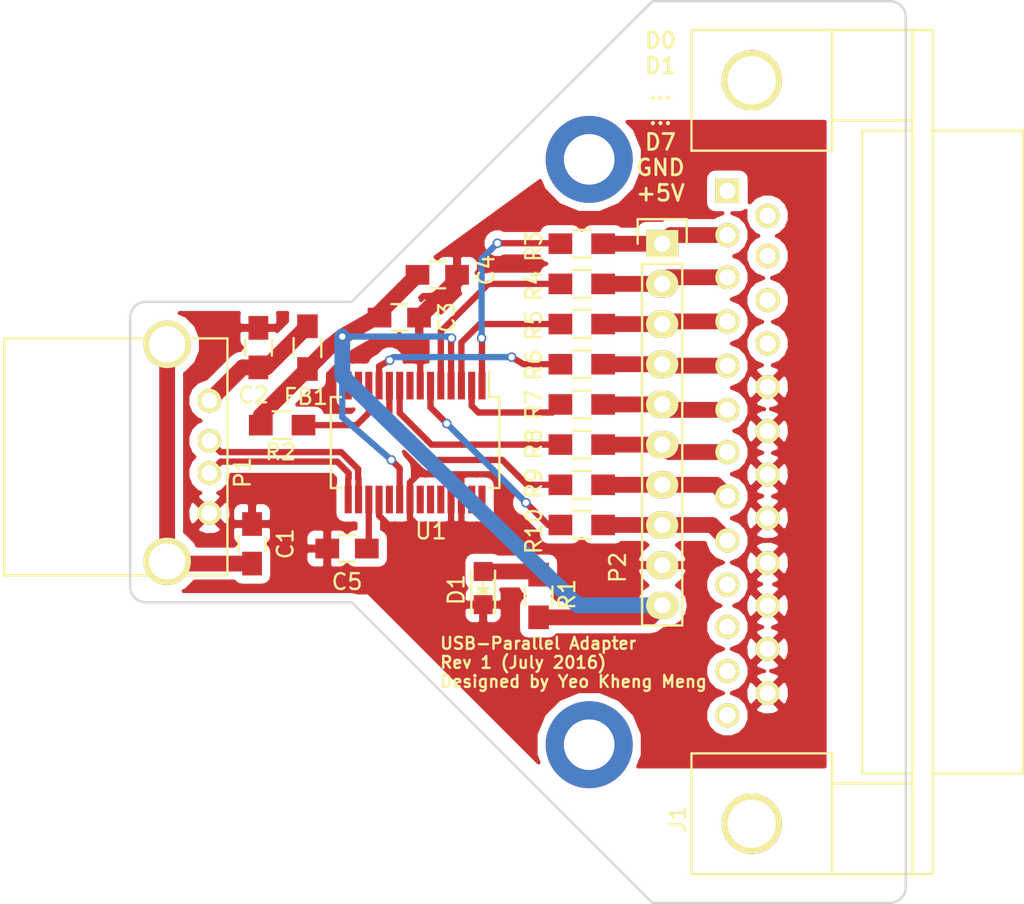
<source format=kicad_pcb>
(kicad_pcb (version 4) (host pcbnew 4.0.2-stable)

  (general
    (links 64)
    (no_connects 0)
    (area 148.924999 84.924999 198.075001 142.075001)
    (thickness 1.6)
    (drawings 16)
    (tracks 133)
    (zones 0)
    (modules 23)
    (nets 28)
  )

  (page A4)
  (layers
    (0 F.Cu signal)
    (31 B.Cu signal)
    (32 B.Adhes user)
    (33 F.Adhes user)
    (34 B.Paste user)
    (35 F.Paste user)
    (36 B.SilkS user)
    (37 F.SilkS user)
    (38 B.Mask user)
    (39 F.Mask user)
    (40 Dwgs.User user)
    (41 Cmts.User user)
    (42 Eco1.User user)
    (43 Eco2.User user)
    (44 Edge.Cuts user)
    (45 Margin user)
    (46 B.CrtYd user)
    (47 F.CrtYd user)
    (48 B.Fab user)
    (49 F.Fab user)
  )

  (setup
    (last_trace_width 0.4)
    (trace_clearance 0.1)
    (zone_clearance 0.508)
    (zone_45_only no)
    (trace_min 0.2)
    (segment_width 0.2)
    (edge_width 0.15)
    (via_size 0.6)
    (via_drill 0.4)
    (via_min_size 0.4)
    (via_min_drill 0.3)
    (uvia_size 0.3)
    (uvia_drill 0.1)
    (uvias_allowed no)
    (uvia_min_size 0.2)
    (uvia_min_drill 0.1)
    (pcb_text_width 0.3)
    (pcb_text_size 1.5 1.5)
    (mod_edge_width 0.15)
    (mod_text_size 1 1)
    (mod_text_width 0.15)
    (pad_size 1.524 1.524)
    (pad_drill 0.762)
    (pad_to_mask_clearance 0.2)
    (aux_axis_origin 0 0)
    (visible_elements 7FFEFFFF)
    (pcbplotparams
      (layerselection 0x00030_80000001)
      (usegerberextensions false)
      (excludeedgelayer true)
      (linewidth 0.100000)
      (plotframeref false)
      (viasonmask false)
      (mode 1)
      (useauxorigin false)
      (hpglpennumber 1)
      (hpglpenspeed 20)
      (hpglpendiameter 15)
      (hpglpenoverlay 2)
      (psnegative false)
      (psa4output false)
      (plotreference true)
      (plotvalue true)
      (plotinvisibletext false)
      (padsonsilk false)
      (subtractmaskfromsilk false)
      (outputformat 1)
      (mirror false)
      (drillshape 1)
      (scaleselection 1)
      (outputdirectory ""))
  )

  (net 0 "")
  (net 1 GND)
  (net 2 "Net-(C1-Pad2)")
  (net 3 "Net-(C2-Pad1)")
  (net 4 +5V)
  (net 5 "Net-(C5-Pad1)")
  (net 6 "Net-(D1-Pad2)")
  (net 7 Data0)
  (net 8 Data1)
  (net 9 Data2)
  (net 10 Data3)
  (net 11 Data4)
  (net 12 Data5)
  (net 13 Data6)
  (net 14 Data7)
  (net 15 USB_D-)
  (net 16 USB_D+)
  (net 17 "Net-(R2-Pad2)")
  (net 18 "Net-(R3-Pad2)")
  (net 19 "Net-(R4-Pad2)")
  (net 20 "Net-(R5-Pad2)")
  (net 21 "Net-(R6-Pad2)")
  (net 22 "Net-(R7-Pad2)")
  (net 23 "Net-(R8-Pad2)")
  (net 24 "Net-(R9-Pad2)")
  (net 25 "Net-(R10-Pad2)")
  (net 26 "Net-(MH1-Pad1)")
  (net 27 "Net-(MH2-Pad1)")

  (net_class Default "This is the default net class."
    (clearance 0.1)
    (trace_width 0.4)
    (via_dia 0.6)
    (via_drill 0.4)
    (uvia_dia 0.3)
    (uvia_drill 0.1)
    (add_net +5V)
    (add_net Data0)
    (add_net Data1)
    (add_net Data2)
    (add_net Data3)
    (add_net Data4)
    (add_net Data5)
    (add_net Data6)
    (add_net Data7)
    (add_net GND)
    (add_net "Net-(C1-Pad2)")
    (add_net "Net-(C2-Pad1)")
    (add_net "Net-(C5-Pad1)")
    (add_net "Net-(D1-Pad2)")
    (add_net "Net-(MH1-Pad1)")
    (add_net "Net-(MH2-Pad1)")
    (add_net "Net-(R10-Pad2)")
    (add_net "Net-(R2-Pad2)")
    (add_net "Net-(R3-Pad2)")
    (add_net "Net-(R4-Pad2)")
    (add_net "Net-(R5-Pad2)")
    (add_net "Net-(R6-Pad2)")
    (add_net "Net-(R7-Pad2)")
    (add_net "Net-(R8-Pad2)")
    (add_net "Net-(R9-Pad2)")
    (add_net USB_D+)
    (add_net USB_D-)
  )

  (module Resistors_SMD:R_0805_HandSoldering (layer F.Cu) (tedit 57945222) (tstamp 5791C013)
    (at 174.8 122.6 90)
    (descr "Resistor SMD 0805, hand soldering")
    (tags "resistor 0805")
    (path /5791D410)
    (attr smd)
    (fp_text reference R1 (at 0.1 1.8 270) (layer F.SilkS)
      (effects (font (size 1 1) (thickness 0.15)))
    )
    (fp_text value 1500 (at 0 2.1 90) (layer F.Fab)
      (effects (font (size 1 1) (thickness 0.15)))
    )
    (fp_line (start -2.4 -1) (end 2.4 -1) (layer F.CrtYd) (width 0.05))
    (fp_line (start -2.4 1) (end 2.4 1) (layer F.CrtYd) (width 0.05))
    (fp_line (start -2.4 -1) (end -2.4 1) (layer F.CrtYd) (width 0.05))
    (fp_line (start 2.4 -1) (end 2.4 1) (layer F.CrtYd) (width 0.05))
    (fp_line (start 0.6 0.875) (end -0.6 0.875) (layer F.SilkS) (width 0.15))
    (fp_line (start -0.6 -0.875) (end 0.6 -0.875) (layer F.SilkS) (width 0.15))
    (pad 1 smd rect (at -1.35 0 90) (size 1.5 1.3) (layers F.Cu F.Paste F.Mask)
      (net 4 +5V))
    (pad 2 smd rect (at 1.35 0 90) (size 1.5 1.3) (layers F.Cu F.Paste F.Mask)
      (net 6 "Net-(D1-Pad2)"))
    (model Resistors_SMD.3dshapes/R_0805_HandSoldering.wrl
      (at (xyz 0 0 0))
      (scale (xyz 1 1 1))
      (rotate (xyz 0 0 0))
    )
  )

  (module db25:DB25FC (layer F.Cu) (tedit 5794534E) (tstamp 5791C44B)
    (at 187 113.5 270)
    (descr "Connecteur DB25 femelle couche")
    (tags "CONN DB25")
    (path /5791C506)
    (fp_text reference J1 (at 23.2 3.4 270) (layer F.SilkS)
      (effects (font (size 1 1) (thickness 0.15)))
    )
    (fp_text value DB25 (at 0 -6.35 270) (layer F.Fab)
      (effects (font (size 1 1) (thickness 0.15)))
    )
    (fp_line (start 26.67 -11.43) (end 26.67 2.54) (layer F.SilkS) (width 0.15))
    (fp_line (start 19.05 -6.35) (end 19.05 2.54) (layer F.SilkS) (width 0.15))
    (fp_line (start 20.955 -11.43) (end 20.955 -6.35) (layer F.SilkS) (width 0.15))
    (fp_line (start -20.955 -11.43) (end -20.955 -6.35) (layer F.SilkS) (width 0.15))
    (fp_line (start -19.05 -6.35) (end -19.05 2.54) (layer F.SilkS) (width 0.15))
    (fp_line (start -26.67 2.54) (end -26.67 -11.43) (layer F.SilkS) (width 0.15))
    (fp_line (start 26.67 -6.35) (end 19.05 -6.35) (layer F.SilkS) (width 0.15))
    (fp_line (start -26.67 -6.35) (end -19.05 -6.35) (layer F.SilkS) (width 0.15))
    (fp_line (start 20.32 -8.255) (end 20.32 -11.43) (layer F.SilkS) (width 0.15))
    (fp_line (start -20.32 -8.255) (end -20.32 -11.43) (layer F.SilkS) (width 0.15))
    (fp_line (start 20.32 -18.415) (end 20.32 -12.7) (layer F.SilkS) (width 0.15))
    (fp_line (start -20.32 -18.415) (end -20.32 -12.7) (layer F.SilkS) (width 0.15))
    (fp_line (start 26.67 -11.43) (end 26.67 -12.7) (layer F.SilkS) (width 0.15))
    (fp_line (start 26.67 -12.7) (end -26.67 -12.7) (layer F.SilkS) (width 0.15))
    (fp_line (start -26.67 -12.7) (end -26.67 -11.43) (layer F.SilkS) (width 0.15))
    (fp_line (start -26.67 -11.43) (end 26.67 -11.43) (layer F.SilkS) (width 0.15))
    (fp_line (start 19.05 2.54) (end 26.67 2.54) (layer F.SilkS) (width 0.15))
    (fp_line (start -20.32 -8.255) (end 20.32 -8.255) (layer F.SilkS) (width 0.15))
    (fp_line (start -20.32 -18.415) (end 20.32 -18.415) (layer F.SilkS) (width 0.15))
    (fp_line (start -26.67 2.54) (end -19.05 2.54) (layer F.SilkS) (width 0.15))
    (pad "" thru_hole circle (at 23.495 -1.27 270) (size 3.81 3.81) (drill 3.048) (layers *.Cu *.Mask F.SilkS))
    (pad "" thru_hole circle (at -23.495 -1.27 270) (size 3.81 3.81) (drill 3.048) (layers *.Cu *.Mask F.SilkS))
    (pad 1 thru_hole rect (at -16.51 0.27 270) (size 1.524 1.524) (drill 1.016) (layers *.Cu *.Mask F.SilkS))
    (pad 2 thru_hole circle (at -13.716 0.27 270) (size 1.524 1.524) (drill 1.016) (layers *.Cu *.Mask F.SilkS)
      (net 7 Data0))
    (pad 3 thru_hole circle (at -11.049 0.27 270) (size 1.524 1.524) (drill 1.016) (layers *.Cu *.Mask F.SilkS)
      (net 8 Data1))
    (pad 4 thru_hole circle (at -8.255 0.27 270) (size 1.524 1.524) (drill 1.016) (layers *.Cu *.Mask F.SilkS)
      (net 9 Data2))
    (pad 5 thru_hole circle (at -5.461 0.27 270) (size 1.524 1.524) (drill 1.016) (layers *.Cu *.Mask F.SilkS)
      (net 10 Data3))
    (pad 6 thru_hole circle (at -2.667 0.27 270) (size 1.524 1.524) (drill 1.016) (layers *.Cu *.Mask F.SilkS)
      (net 11 Data4))
    (pad 7 thru_hole circle (at 0 0.27 270) (size 1.524 1.524) (drill 1.016) (layers *.Cu *.Mask F.SilkS)
      (net 12 Data5))
    (pad 8 thru_hole circle (at 2.794 0.27 270) (size 1.524 1.524) (drill 1.016) (layers *.Cu *.Mask F.SilkS)
      (net 13 Data6))
    (pad 9 thru_hole circle (at 5.588 0.27 270) (size 1.524 1.524) (drill 1.016) (layers *.Cu *.Mask F.SilkS)
      (net 14 Data7))
    (pad 10 thru_hole circle (at 8.382 0.27 270) (size 1.524 1.524) (drill 1.016) (layers *.Cu *.Mask F.SilkS))
    (pad 11 thru_hole circle (at 11.049 0.27 270) (size 1.524 1.524) (drill 1.016) (layers *.Cu *.Mask F.SilkS))
    (pad 12 thru_hole circle (at 13.843 0.27 270) (size 1.524 1.524) (drill 1.016) (layers *.Cu *.Mask F.SilkS))
    (pad 13 thru_hole circle (at 16.637 0.27 270) (size 1.524 1.524) (drill 1.016) (layers *.Cu *.Mask F.SilkS))
    (pad 14 thru_hole circle (at -14.9352 -2.27 270) (size 1.524 1.524) (drill 1.016) (layers *.Cu *.Mask F.SilkS))
    (pad 15 thru_hole circle (at -12.3952 -2.27 270) (size 1.524 1.524) (drill 1.016) (layers *.Cu *.Mask F.SilkS))
    (pad 16 thru_hole circle (at -9.6012 -2.27 270) (size 1.524 1.524) (drill 1.016) (layers *.Cu *.Mask F.SilkS))
    (pad 17 thru_hole circle (at -6.858 -2.27 270) (size 1.524 1.524) (drill 1.016) (layers *.Cu *.Mask F.SilkS))
    (pad 18 thru_hole circle (at -4.1148 -2.27 270) (size 1.524 1.524) (drill 1.016) (layers *.Cu *.Mask F.SilkS)
      (net 1 GND))
    (pad 19 thru_hole circle (at -1.3208 -2.27 270) (size 1.524 1.524) (drill 1.016) (layers *.Cu *.Mask F.SilkS)
      (net 1 GND))
    (pad 20 thru_hole circle (at 1.4224 -2.27 270) (size 1.524 1.524) (drill 1.016) (layers *.Cu *.Mask F.SilkS)
      (net 1 GND))
    (pad 21 thru_hole circle (at 4.1656 -2.27 270) (size 1.524 1.524) (drill 1.016) (layers *.Cu *.Mask F.SilkS)
      (net 1 GND))
    (pad 22 thru_hole circle (at 7.0104 -2.27 270) (size 1.524 1.524) (drill 1.016) (layers *.Cu *.Mask F.SilkS)
      (net 1 GND))
    (pad 23 thru_hole circle (at 9.7028 -2.27 270) (size 1.524 1.524) (drill 1.016) (layers *.Cu *.Mask F.SilkS)
      (net 1 GND))
    (pad 24 thru_hole circle (at 12.446 -2.27 270) (size 1.524 1.524) (drill 1.016) (layers *.Cu *.Mask F.SilkS)
      (net 1 GND))
    (pad 25 thru_hole circle (at 15.24 -2.27 270) (size 1.524 1.524) (drill 1.016) (layers *.Cu *.Mask F.SilkS)
      (net 1 GND))
    (model Connect.3dshapes/DB25FC.wrl
      (at (xyz 0 0 0))
      (scale (xyz 1 1 1))
      (rotate (xyz 0 0 0))
    )
  )

  (module Capacitors_SMD:C_0805_HandSoldering (layer F.Cu) (tedit 541A9B8D) (tstamp 5791BFBD)
    (at 156.7 119.3 270)
    (descr "Capacitor SMD 0805, hand soldering")
    (tags "capacitor 0805")
    (path /5791A34F)
    (attr smd)
    (fp_text reference C1 (at 0 -2.1 270) (layer F.SilkS)
      (effects (font (size 1 1) (thickness 0.15)))
    )
    (fp_text value 100nF (at 0 2.1 270) (layer F.Fab)
      (effects (font (size 1 1) (thickness 0.15)))
    )
    (fp_line (start -2.3 -1) (end 2.3 -1) (layer F.CrtYd) (width 0.05))
    (fp_line (start -2.3 1) (end 2.3 1) (layer F.CrtYd) (width 0.05))
    (fp_line (start -2.3 -1) (end -2.3 1) (layer F.CrtYd) (width 0.05))
    (fp_line (start 2.3 -1) (end 2.3 1) (layer F.CrtYd) (width 0.05))
    (fp_line (start 0.5 -0.85) (end -0.5 -0.85) (layer F.SilkS) (width 0.15))
    (fp_line (start -0.5 0.85) (end 0.5 0.85) (layer F.SilkS) (width 0.15))
    (pad 1 smd rect (at -1.25 0 270) (size 1.5 1.25) (layers F.Cu F.Paste F.Mask)
      (net 1 GND))
    (pad 2 smd rect (at 1.25 0 270) (size 1.5 1.25) (layers F.Cu F.Paste F.Mask)
      (net 2 "Net-(C1-Pad2)"))
    (model Capacitors_SMD.3dshapes/C_0805_HandSoldering.wrl
      (at (xyz 0 0 0))
      (scale (xyz 1 1 1))
      (rotate (xyz 0 0 0))
    )
  )

  (module Capacitors_SMD:C_0805_HandSoldering (layer F.Cu) (tedit 579450E1) (tstamp 5791BFC3)
    (at 157.1 106.9 90)
    (descr "Capacitor SMD 0805, hand soldering")
    (tags "capacitor 0805")
    (path /5791AB59)
    (attr smd)
    (fp_text reference C2 (at -3 -0.3 180) (layer F.SilkS)
      (effects (font (size 1 1) (thickness 0.15)))
    )
    (fp_text value 10nF (at 0 2.1 90) (layer F.Fab)
      (effects (font (size 1 1) (thickness 0.15)))
    )
    (fp_line (start -2.3 -1) (end 2.3 -1) (layer F.CrtYd) (width 0.05))
    (fp_line (start -2.3 1) (end 2.3 1) (layer F.CrtYd) (width 0.05))
    (fp_line (start -2.3 -1) (end -2.3 1) (layer F.CrtYd) (width 0.05))
    (fp_line (start 2.3 -1) (end 2.3 1) (layer F.CrtYd) (width 0.05))
    (fp_line (start 0.5 -0.85) (end -0.5 -0.85) (layer F.SilkS) (width 0.15))
    (fp_line (start -0.5 0.85) (end 0.5 0.85) (layer F.SilkS) (width 0.15))
    (pad 1 smd rect (at -1.25 0 90) (size 1.5 1.25) (layers F.Cu F.Paste F.Mask)
      (net 3 "Net-(C2-Pad1)"))
    (pad 2 smd rect (at 1.25 0 90) (size 1.5 1.25) (layers F.Cu F.Paste F.Mask)
      (net 1 GND))
    (model Capacitors_SMD.3dshapes/C_0805_HandSoldering.wrl
      (at (xyz 0 0 0))
      (scale (xyz 1 1 1))
      (rotate (xyz 0 0 0))
    )
  )

  (module Capacitors_SMD:C_0805_HandSoldering (layer F.Cu) (tedit 5794507C) (tstamp 5791BFC9)
    (at 166 105)
    (descr "Capacitor SMD 0805, hand soldering")
    (tags "capacitor 0805")
    (path /5791B334)
    (attr smd)
    (fp_text reference C3 (at 3 0 90) (layer F.SilkS)
      (effects (font (size 1 1) (thickness 0.15)))
    )
    (fp_text value 4.7uF (at 0 2.1) (layer F.Fab)
      (effects (font (size 1 1) (thickness 0.15)))
    )
    (fp_line (start -2.3 -1) (end 2.3 -1) (layer F.CrtYd) (width 0.05))
    (fp_line (start -2.3 1) (end 2.3 1) (layer F.CrtYd) (width 0.05))
    (fp_line (start -2.3 -1) (end -2.3 1) (layer F.CrtYd) (width 0.05))
    (fp_line (start 2.3 -1) (end 2.3 1) (layer F.CrtYd) (width 0.05))
    (fp_line (start 0.5 -0.85) (end -0.5 -0.85) (layer F.SilkS) (width 0.15))
    (fp_line (start -0.5 0.85) (end 0.5 0.85) (layer F.SilkS) (width 0.15))
    (pad 1 smd rect (at -1.25 0) (size 1.5 1.25) (layers F.Cu F.Paste F.Mask)
      (net 4 +5V))
    (pad 2 smd rect (at 1.25 0) (size 1.5 1.25) (layers F.Cu F.Paste F.Mask)
      (net 1 GND))
    (model Capacitors_SMD.3dshapes/C_0805_HandSoldering.wrl
      (at (xyz 0 0 0))
      (scale (xyz 1 1 1))
      (rotate (xyz 0 0 0))
    )
  )

  (module Capacitors_SMD:C_0805_HandSoldering (layer F.Cu) (tedit 57945073) (tstamp 5791BFCF)
    (at 168.4 102.3)
    (descr "Capacitor SMD 0805, hand soldering")
    (tags "capacitor 0805")
    (path /5791B373)
    (attr smd)
    (fp_text reference C4 (at 3.1 -0.3 90) (layer F.SilkS)
      (effects (font (size 1 1) (thickness 0.15)))
    )
    (fp_text value 100nF (at 0 2.1) (layer F.Fab)
      (effects (font (size 1 1) (thickness 0.15)))
    )
    (fp_line (start -2.3 -1) (end 2.3 -1) (layer F.CrtYd) (width 0.05))
    (fp_line (start -2.3 1) (end 2.3 1) (layer F.CrtYd) (width 0.05))
    (fp_line (start -2.3 -1) (end -2.3 1) (layer F.CrtYd) (width 0.05))
    (fp_line (start 2.3 -1) (end 2.3 1) (layer F.CrtYd) (width 0.05))
    (fp_line (start 0.5 -0.85) (end -0.5 -0.85) (layer F.SilkS) (width 0.15))
    (fp_line (start -0.5 0.85) (end 0.5 0.85) (layer F.SilkS) (width 0.15))
    (pad 1 smd rect (at -1.25 0) (size 1.5 1.25) (layers F.Cu F.Paste F.Mask)
      (net 4 +5V))
    (pad 2 smd rect (at 1.25 0) (size 1.5 1.25) (layers F.Cu F.Paste F.Mask)
      (net 1 GND))
    (model Capacitors_SMD.3dshapes/C_0805_HandSoldering.wrl
      (at (xyz 0 0 0))
      (scale (xyz 1 1 1))
      (rotate (xyz 0 0 0))
    )
  )

  (module Capacitors_SMD:C_0805_HandSoldering (layer F.Cu) (tedit 541A9B8D) (tstamp 5791BFD5)
    (at 162.7 119.6 180)
    (descr "Capacitor SMD 0805, hand soldering")
    (tags "capacitor 0805")
    (path /5791A106)
    (attr smd)
    (fp_text reference C5 (at 0 -2.1 180) (layer F.SilkS)
      (effects (font (size 1 1) (thickness 0.15)))
    )
    (fp_text value 100nF (at 0 2.1 180) (layer F.Fab)
      (effects (font (size 1 1) (thickness 0.15)))
    )
    (fp_line (start -2.3 -1) (end 2.3 -1) (layer F.CrtYd) (width 0.05))
    (fp_line (start -2.3 1) (end 2.3 1) (layer F.CrtYd) (width 0.05))
    (fp_line (start -2.3 -1) (end -2.3 1) (layer F.CrtYd) (width 0.05))
    (fp_line (start 2.3 -1) (end 2.3 1) (layer F.CrtYd) (width 0.05))
    (fp_line (start 0.5 -0.85) (end -0.5 -0.85) (layer F.SilkS) (width 0.15))
    (fp_line (start -0.5 0.85) (end 0.5 0.85) (layer F.SilkS) (width 0.15))
    (pad 1 smd rect (at -1.25 0 180) (size 1.5 1.25) (layers F.Cu F.Paste F.Mask)
      (net 5 "Net-(C5-Pad1)"))
    (pad 2 smd rect (at 1.25 0 180) (size 1.5 1.25) (layers F.Cu F.Paste F.Mask)
      (net 1 GND))
    (model Capacitors_SMD.3dshapes/C_0805_HandSoldering.wrl
      (at (xyz 0 0 0))
      (scale (xyz 1 1 1))
      (rotate (xyz 0 0 0))
    )
  )

  (module LEDs:LED_0805 (layer F.Cu) (tedit 5794521C) (tstamp 5791BFDB)
    (at 171.3 122.1 90)
    (descr "LED 0805 smd package")
    (tags "LED 0805 SMD")
    (path /5791D44D)
    (attr smd)
    (fp_text reference D1 (at -0.1 -1.7 270) (layer F.SilkS)
      (effects (font (size 1 1) (thickness 0.15)))
    )
    (fp_text value LED (at 0 1.75 90) (layer F.Fab)
      (effects (font (size 1 1) (thickness 0.15)))
    )
    (fp_line (start -1.6 0.75) (end 1.1 0.75) (layer F.SilkS) (width 0.15))
    (fp_line (start -1.6 -0.75) (end 1.1 -0.75) (layer F.SilkS) (width 0.15))
    (fp_line (start -0.1 0.15) (end -0.1 -0.1) (layer F.SilkS) (width 0.15))
    (fp_line (start -0.1 -0.1) (end -0.25 0.05) (layer F.SilkS) (width 0.15))
    (fp_line (start -0.35 -0.35) (end -0.35 0.35) (layer F.SilkS) (width 0.15))
    (fp_line (start 0 0) (end 0.35 0) (layer F.SilkS) (width 0.15))
    (fp_line (start -0.35 0) (end 0 -0.35) (layer F.SilkS) (width 0.15))
    (fp_line (start 0 -0.35) (end 0 0.35) (layer F.SilkS) (width 0.15))
    (fp_line (start 0 0.35) (end -0.35 0) (layer F.SilkS) (width 0.15))
    (fp_line (start 1.9 -0.95) (end 1.9 0.95) (layer F.CrtYd) (width 0.05))
    (fp_line (start 1.9 0.95) (end -1.9 0.95) (layer F.CrtYd) (width 0.05))
    (fp_line (start -1.9 0.95) (end -1.9 -0.95) (layer F.CrtYd) (width 0.05))
    (fp_line (start -1.9 -0.95) (end 1.9 -0.95) (layer F.CrtYd) (width 0.05))
    (pad 2 smd rect (at 1.04902 0 270) (size 1.19888 1.19888) (layers F.Cu F.Paste F.Mask)
      (net 6 "Net-(D1-Pad2)"))
    (pad 1 smd rect (at -1.04902 0 270) (size 1.19888 1.19888) (layers F.Cu F.Paste F.Mask)
      (net 1 GND))
    (model LEDs.3dshapes/LED_0805.wrl
      (at (xyz 0 0 0))
      (scale (xyz 1 1 1))
      (rotate (xyz 0 0 0))
    )
  )

  (module Resistors_SMD:R_0805_HandSoldering (layer F.Cu) (tedit 579450E0) (tstamp 5791BFE1)
    (at 160.2 106.9 270)
    (descr "Resistor SMD 0805, hand soldering")
    (tags "resistor 0805")
    (path /5791A26E)
    (attr smd)
    (fp_text reference FB1 (at 3.1 0.1 360) (layer F.SilkS)
      (effects (font (size 1 1) (thickness 0.15)))
    )
    (fp_text value FERRITE (at 0 2.1 270) (layer F.Fab)
      (effects (font (size 1 1) (thickness 0.15)))
    )
    (fp_line (start -2.4 -1) (end 2.4 -1) (layer F.CrtYd) (width 0.05))
    (fp_line (start -2.4 1) (end 2.4 1) (layer F.CrtYd) (width 0.05))
    (fp_line (start -2.4 -1) (end -2.4 1) (layer F.CrtYd) (width 0.05))
    (fp_line (start 2.4 -1) (end 2.4 1) (layer F.CrtYd) (width 0.05))
    (fp_line (start 0.6 0.875) (end -0.6 0.875) (layer F.SilkS) (width 0.15))
    (fp_line (start -0.6 -0.875) (end 0.6 -0.875) (layer F.SilkS) (width 0.15))
    (pad 1 smd rect (at -1.35 0 270) (size 1.5 1.3) (layers F.Cu F.Paste F.Mask)
      (net 3 "Net-(C2-Pad1)"))
    (pad 2 smd rect (at 1.35 0 270) (size 1.5 1.3) (layers F.Cu F.Paste F.Mask)
      (net 4 +5V))
    (model Resistors_SMD.3dshapes/R_0805_HandSoldering.wrl
      (at (xyz 0 0 0))
      (scale (xyz 1 1 1))
      (rotate (xyz 0 0 0))
    )
  )

  (module Resistors_SMD:R_0805_HandSoldering (layer F.Cu) (tedit 57945083) (tstamp 5791C019)
    (at 158.6 111.8)
    (descr "Resistor SMD 0805, hand soldering")
    (tags "resistor 0805")
    (path /5791A6B0)
    (attr smd)
    (fp_text reference R2 (at -0.1 1.7) (layer F.SilkS)
      (effects (font (size 1 1) (thickness 0.15)))
    )
    (fp_text value 10K (at 0 2.1) (layer F.Fab)
      (effects (font (size 1 1) (thickness 0.15)))
    )
    (fp_line (start -2.4 -1) (end 2.4 -1) (layer F.CrtYd) (width 0.05))
    (fp_line (start -2.4 1) (end 2.4 1) (layer F.CrtYd) (width 0.05))
    (fp_line (start -2.4 -1) (end -2.4 1) (layer F.CrtYd) (width 0.05))
    (fp_line (start 2.4 -1) (end 2.4 1) (layer F.CrtYd) (width 0.05))
    (fp_line (start 0.6 0.875) (end -0.6 0.875) (layer F.SilkS) (width 0.15))
    (fp_line (start -0.6 -0.875) (end 0.6 -0.875) (layer F.SilkS) (width 0.15))
    (pad 1 smd rect (at -1.35 0) (size 1.5 1.3) (layers F.Cu F.Paste F.Mask)
      (net 4 +5V))
    (pad 2 smd rect (at 1.35 0) (size 1.5 1.3) (layers F.Cu F.Paste F.Mask)
      (net 17 "Net-(R2-Pad2)"))
    (model Resistors_SMD.3dshapes/R_0805_HandSoldering.wrl
      (at (xyz 0 0 0))
      (scale (xyz 1 1 1))
      (rotate (xyz 0 0 0))
    )
  )

  (module Housings_SSOP:SSOP-28_5.3x10.2mm_Pitch0.65mm (layer F.Cu) (tedit 57945022) (tstamp 5791C039)
    (at 167 112.9 270)
    (descr "28-Lead Plastic Shrink Small Outline (SS)-5.30 mm Body [SSOP] (see Microchip Packaging Specification 00000049BS.pdf)")
    (tags "SSOP 0.65")
    (path /57919CB7)
    (attr smd)
    (fp_text reference U1 (at 5.6 -1 360) (layer F.SilkS)
      (effects (font (size 1 1) (thickness 0.15)))
    )
    (fp_text value FT245RL (at 0.45 6.35 270) (layer F.Fab)
      (effects (font (size 1 1) (thickness 0.15)))
    )
    (fp_line (start -4.75 -5.5) (end -4.75 5.5) (layer F.CrtYd) (width 0.05))
    (fp_line (start 4.75 -5.5) (end 4.75 5.5) (layer F.CrtYd) (width 0.05))
    (fp_line (start -4.75 -5.5) (end 4.75 -5.5) (layer F.CrtYd) (width 0.05))
    (fp_line (start -4.75 5.5) (end 4.75 5.5) (layer F.CrtYd) (width 0.05))
    (fp_line (start -2.875 -5.325) (end -2.875 -4.675) (layer F.SilkS) (width 0.15))
    (fp_line (start 2.875 -5.325) (end 2.875 -4.675) (layer F.SilkS) (width 0.15))
    (fp_line (start 2.875 5.325) (end 2.875 4.675) (layer F.SilkS) (width 0.15))
    (fp_line (start -2.875 5.325) (end -2.875 4.675) (layer F.SilkS) (width 0.15))
    (fp_line (start -2.875 -5.325) (end 2.875 -5.325) (layer F.SilkS) (width 0.15))
    (fp_line (start -2.875 5.325) (end 2.875 5.325) (layer F.SilkS) (width 0.15))
    (fp_line (start -2.875 -4.675) (end -4.475 -4.675) (layer F.SilkS) (width 0.15))
    (pad 1 smd rect (at -3.6 -4.225 270) (size 1.75 0.45) (layers F.Cu F.Paste F.Mask)
      (net 18 "Net-(R3-Pad2)"))
    (pad 2 smd rect (at -3.6 -3.575 270) (size 1.75 0.45) (layers F.Cu F.Paste F.Mask)
      (net 22 "Net-(R7-Pad2)"))
    (pad 3 smd rect (at -3.6 -2.925 270) (size 1.75 0.45) (layers F.Cu F.Paste F.Mask)
      (net 20 "Net-(R5-Pad2)"))
    (pad 4 smd rect (at -3.6 -2.275 270) (size 1.75 0.45) (layers F.Cu F.Paste F.Mask)
      (net 4 +5V))
    (pad 5 smd rect (at -3.6 -1.625 270) (size 1.75 0.45) (layers F.Cu F.Paste F.Mask)
      (net 19 "Net-(R4-Pad2)"))
    (pad 6 smd rect (at -3.6 -0.975 270) (size 1.75 0.45) (layers F.Cu F.Paste F.Mask)
      (net 25 "Net-(R10-Pad2)"))
    (pad 7 smd rect (at -3.6 -0.325 270) (size 1.75 0.45) (layers F.Cu F.Paste F.Mask)
      (net 1 GND))
    (pad 8 smd rect (at -3.6 0.325 270) (size 1.75 0.45) (layers F.Cu F.Paste F.Mask))
    (pad 9 smd rect (at -3.6 0.975 270) (size 1.75 0.45) (layers F.Cu F.Paste F.Mask)
      (net 23 "Net-(R8-Pad2)"))
    (pad 10 smd rect (at -3.6 1.625 270) (size 1.75 0.45) (layers F.Cu F.Paste F.Mask)
      (net 24 "Net-(R9-Pad2)"))
    (pad 11 smd rect (at -3.6 2.275 270) (size 1.75 0.45) (layers F.Cu F.Paste F.Mask)
      (net 21 "Net-(R6-Pad2)"))
    (pad 12 smd rect (at -3.6 2.925 270) (size 1.75 0.45) (layers F.Cu F.Paste F.Mask)
      (net 17 "Net-(R2-Pad2)"))
    (pad 13 smd rect (at -3.6 3.575 270) (size 1.75 0.45) (layers F.Cu F.Paste F.Mask))
    (pad 14 smd rect (at -3.6 4.225 270) (size 1.75 0.45) (layers F.Cu F.Paste F.Mask))
    (pad 15 smd rect (at 3.6 4.225 270) (size 1.75 0.45) (layers F.Cu F.Paste F.Mask)
      (net 16 USB_D+))
    (pad 16 smd rect (at 3.6 3.575 270) (size 1.75 0.45) (layers F.Cu F.Paste F.Mask)
      (net 15 USB_D-))
    (pad 17 smd rect (at 3.6 2.925 270) (size 1.75 0.45) (layers F.Cu F.Paste F.Mask)
      (net 5 "Net-(C5-Pad1)"))
    (pad 18 smd rect (at 3.6 2.275 270) (size 1.75 0.45) (layers F.Cu F.Paste F.Mask)
      (net 1 GND))
    (pad 19 smd rect (at 3.6 1.625 270) (size 1.75 0.45) (layers F.Cu F.Paste F.Mask))
    (pad 20 smd rect (at 3.6 0.975 270) (size 1.75 0.45) (layers F.Cu F.Paste F.Mask)
      (net 4 +5V))
    (pad 21 smd rect (at 3.6 0.325 270) (size 1.75 0.45) (layers F.Cu F.Paste F.Mask)
      (net 1 GND))
    (pad 22 smd rect (at 3.6 -0.325 270) (size 1.75 0.45) (layers F.Cu F.Paste F.Mask))
    (pad 23 smd rect (at 3.6 -0.975 270) (size 1.75 0.45) (layers F.Cu F.Paste F.Mask))
    (pad 24 smd rect (at 3.6 -1.625 270) (size 1.75 0.45) (layers F.Cu F.Paste F.Mask))
    (pad 25 smd rect (at 3.6 -2.275 270) (size 1.75 0.45) (layers F.Cu F.Paste F.Mask)
      (net 1 GND))
    (pad 26 smd rect (at 3.6 -2.925 270) (size 1.75 0.45) (layers F.Cu F.Paste F.Mask)
      (net 1 GND))
    (pad 27 smd rect (at 3.6 -3.575 270) (size 1.75 0.45) (layers F.Cu F.Paste F.Mask))
    (pad 28 smd rect (at 3.6 -4.225 270) (size 1.75 0.45) (layers F.Cu F.Paste F.Mask))
    (model Housings_SSOP.3dshapes/SSOP-28_5.3x10.2mm_Pitch0.65mm.wrl
      (at (xyz 0 0 0))
      (scale (xyz 1 1 1))
      (rotate (xyz 0 0 0))
    )
  )

  (module Pin_Headers:Pin_Header_Straight_1x10 (layer F.Cu) (tedit 57945381) (tstamp 57937C01)
    (at 182.61 100.33)
    (descr "Through hole pin header")
    (tags "pin header")
    (path /57939B6C)
    (fp_text reference P2 (at -2.81 20.47 90) (layer F.SilkS)
      (effects (font (size 1 1) (thickness 0.15)))
    )
    (fp_text value CONN_01X10 (at 0 -3.1) (layer F.Fab)
      (effects (font (size 1 1) (thickness 0.15)))
    )
    (fp_line (start -1.75 -1.75) (end -1.75 24.65) (layer F.CrtYd) (width 0.05))
    (fp_line (start 1.75 -1.75) (end 1.75 24.65) (layer F.CrtYd) (width 0.05))
    (fp_line (start -1.75 -1.75) (end 1.75 -1.75) (layer F.CrtYd) (width 0.05))
    (fp_line (start -1.75 24.65) (end 1.75 24.65) (layer F.CrtYd) (width 0.05))
    (fp_line (start 1.27 1.27) (end 1.27 24.13) (layer F.SilkS) (width 0.15))
    (fp_line (start 1.27 24.13) (end -1.27 24.13) (layer F.SilkS) (width 0.15))
    (fp_line (start -1.27 24.13) (end -1.27 1.27) (layer F.SilkS) (width 0.15))
    (fp_line (start 1.55 -1.55) (end 1.55 0) (layer F.SilkS) (width 0.15))
    (fp_line (start 1.27 1.27) (end -1.27 1.27) (layer F.SilkS) (width 0.15))
    (fp_line (start -1.55 0) (end -1.55 -1.55) (layer F.SilkS) (width 0.15))
    (fp_line (start -1.55 -1.55) (end 1.55 -1.55) (layer F.SilkS) (width 0.15))
    (pad 1 thru_hole rect (at 0 0) (size 2.032 1.7272) (drill 1.016) (layers *.Cu *.Mask F.SilkS)
      (net 7 Data0))
    (pad 2 thru_hole oval (at 0 2.54) (size 2.032 1.7272) (drill 1.016) (layers *.Cu *.Mask F.SilkS)
      (net 8 Data1))
    (pad 3 thru_hole oval (at 0 5.08) (size 2.032 1.7272) (drill 1.016) (layers *.Cu *.Mask F.SilkS)
      (net 9 Data2))
    (pad 4 thru_hole oval (at 0 7.62) (size 2.032 1.7272) (drill 1.016) (layers *.Cu *.Mask F.SilkS)
      (net 10 Data3))
    (pad 5 thru_hole oval (at 0 10.16) (size 2.032 1.7272) (drill 1.016) (layers *.Cu *.Mask F.SilkS)
      (net 11 Data4))
    (pad 6 thru_hole oval (at 0 12.7) (size 2.032 1.7272) (drill 1.016) (layers *.Cu *.Mask F.SilkS)
      (net 12 Data5))
    (pad 7 thru_hole oval (at 0 15.24) (size 2.032 1.7272) (drill 1.016) (layers *.Cu *.Mask F.SilkS)
      (net 13 Data6))
    (pad 8 thru_hole oval (at 0 17.78) (size 2.032 1.7272) (drill 1.016) (layers *.Cu *.Mask F.SilkS)
      (net 14 Data7))
    (pad 9 thru_hole oval (at 0 20.32) (size 2.032 1.7272) (drill 1.016) (layers *.Cu *.Mask F.SilkS)
      (net 1 GND))
    (pad 10 thru_hole oval (at 0 22.86) (size 2.032 1.7272) (drill 1.016) (layers *.Cu *.Mask F.SilkS)
      (net 4 +5V))
    (model Pin_Headers.3dshapes/Pin_Header_Straight_1x10.wrl
      (at (xyz 0 -0.45 0))
      (scale (xyz 1 1 1))
      (rotate (xyz 0 0 90))
    )
  )

  (module Resistors_SMD:R_0805_HandSoldering (layer F.Cu) (tedit 57945006) (tstamp 57937C07)
    (at 177.53 100.33 180)
    (descr "Resistor SMD 0805, hand soldering")
    (tags "resistor 0805")
    (path /5793824E)
    (attr smd)
    (fp_text reference R3 (at 3.03 -0.17 270) (layer F.SilkS)
      (effects (font (size 1 1) (thickness 0.15)))
    )
    (fp_text value 100 (at 0 2.1 180) (layer F.Fab)
      (effects (font (size 1 1) (thickness 0.15)))
    )
    (fp_line (start -2.4 -1) (end 2.4 -1) (layer F.CrtYd) (width 0.05))
    (fp_line (start -2.4 1) (end 2.4 1) (layer F.CrtYd) (width 0.05))
    (fp_line (start -2.4 -1) (end -2.4 1) (layer F.CrtYd) (width 0.05))
    (fp_line (start 2.4 -1) (end 2.4 1) (layer F.CrtYd) (width 0.05))
    (fp_line (start 0.6 0.875) (end -0.6 0.875) (layer F.SilkS) (width 0.15))
    (fp_line (start -0.6 -0.875) (end 0.6 -0.875) (layer F.SilkS) (width 0.15))
    (pad 1 smd rect (at -1.35 0 180) (size 1.5 1.3) (layers F.Cu F.Paste F.Mask)
      (net 7 Data0))
    (pad 2 smd rect (at 1.35 0 180) (size 1.5 1.3) (layers F.Cu F.Paste F.Mask)
      (net 18 "Net-(R3-Pad2)"))
    (model Resistors_SMD.3dshapes/R_0805_HandSoldering.wrl
      (at (xyz 0 0 0))
      (scale (xyz 1 1 1))
      (rotate (xyz 0 0 0))
    )
  )

  (module Resistors_SMD:R_0805_HandSoldering (layer F.Cu) (tedit 57945009) (tstamp 57937C0D)
    (at 177.53 102.87 180)
    (descr "Resistor SMD 0805, hand soldering")
    (tags "resistor 0805")
    (path /579383D8)
    (attr smd)
    (fp_text reference R4 (at 3.03 -0.13 270) (layer F.SilkS)
      (effects (font (size 1 1) (thickness 0.15)))
    )
    (fp_text value 100 (at 0 2.1 180) (layer F.Fab)
      (effects (font (size 1 1) (thickness 0.15)))
    )
    (fp_line (start -2.4 -1) (end 2.4 -1) (layer F.CrtYd) (width 0.05))
    (fp_line (start -2.4 1) (end 2.4 1) (layer F.CrtYd) (width 0.05))
    (fp_line (start -2.4 -1) (end -2.4 1) (layer F.CrtYd) (width 0.05))
    (fp_line (start 2.4 -1) (end 2.4 1) (layer F.CrtYd) (width 0.05))
    (fp_line (start 0.6 0.875) (end -0.6 0.875) (layer F.SilkS) (width 0.15))
    (fp_line (start -0.6 -0.875) (end 0.6 -0.875) (layer F.SilkS) (width 0.15))
    (pad 1 smd rect (at -1.35 0 180) (size 1.5 1.3) (layers F.Cu F.Paste F.Mask)
      (net 8 Data1))
    (pad 2 smd rect (at 1.35 0 180) (size 1.5 1.3) (layers F.Cu F.Paste F.Mask)
      (net 19 "Net-(R4-Pad2)"))
    (model Resistors_SMD.3dshapes/R_0805_HandSoldering.wrl
      (at (xyz 0 0 0))
      (scale (xyz 1 1 1))
      (rotate (xyz 0 0 0))
    )
  )

  (module Resistors_SMD:R_0805_HandSoldering (layer F.Cu) (tedit 5794500D) (tstamp 57937C13)
    (at 177.53 105.41 180)
    (descr "Resistor SMD 0805, hand soldering")
    (tags "resistor 0805")
    (path /57938B68)
    (attr smd)
    (fp_text reference R5 (at 3.03 -0.09 270) (layer F.SilkS)
      (effects (font (size 1 1) (thickness 0.15)))
    )
    (fp_text value 100 (at 0 2.1 180) (layer F.Fab)
      (effects (font (size 1 1) (thickness 0.15)))
    )
    (fp_line (start -2.4 -1) (end 2.4 -1) (layer F.CrtYd) (width 0.05))
    (fp_line (start -2.4 1) (end 2.4 1) (layer F.CrtYd) (width 0.05))
    (fp_line (start -2.4 -1) (end -2.4 1) (layer F.CrtYd) (width 0.05))
    (fp_line (start 2.4 -1) (end 2.4 1) (layer F.CrtYd) (width 0.05))
    (fp_line (start 0.6 0.875) (end -0.6 0.875) (layer F.SilkS) (width 0.15))
    (fp_line (start -0.6 -0.875) (end 0.6 -0.875) (layer F.SilkS) (width 0.15))
    (pad 1 smd rect (at -1.35 0 180) (size 1.5 1.3) (layers F.Cu F.Paste F.Mask)
      (net 9 Data2))
    (pad 2 smd rect (at 1.35 0 180) (size 1.5 1.3) (layers F.Cu F.Paste F.Mask)
      (net 20 "Net-(R5-Pad2)"))
    (model Resistors_SMD.3dshapes/R_0805_HandSoldering.wrl
      (at (xyz 0 0 0))
      (scale (xyz 1 1 1))
      (rotate (xyz 0 0 0))
    )
  )

  (module Resistors_SMD:R_0805_HandSoldering (layer F.Cu) (tedit 57945017) (tstamp 57937C19)
    (at 177.53 107.95 180)
    (descr "Resistor SMD 0805, hand soldering")
    (tags "resistor 0805")
    (path /57938B6E)
    (attr smd)
    (fp_text reference R6 (at 3.03 -0.05 270) (layer F.SilkS)
      (effects (font (size 1 1) (thickness 0.15)))
    )
    (fp_text value 100 (at 0 2.1 180) (layer F.Fab)
      (effects (font (size 1 1) (thickness 0.15)))
    )
    (fp_line (start -2.4 -1) (end 2.4 -1) (layer F.CrtYd) (width 0.05))
    (fp_line (start -2.4 1) (end 2.4 1) (layer F.CrtYd) (width 0.05))
    (fp_line (start -2.4 -1) (end -2.4 1) (layer F.CrtYd) (width 0.05))
    (fp_line (start 2.4 -1) (end 2.4 1) (layer F.CrtYd) (width 0.05))
    (fp_line (start 0.6 0.875) (end -0.6 0.875) (layer F.SilkS) (width 0.15))
    (fp_line (start -0.6 -0.875) (end 0.6 -0.875) (layer F.SilkS) (width 0.15))
    (pad 1 smd rect (at -1.35 0 180) (size 1.5 1.3) (layers F.Cu F.Paste F.Mask)
      (net 10 Data3))
    (pad 2 smd rect (at 1.35 0 180) (size 1.5 1.3) (layers F.Cu F.Paste F.Mask)
      (net 21 "Net-(R6-Pad2)"))
    (model Resistors_SMD.3dshapes/R_0805_HandSoldering.wrl
      (at (xyz 0 0 0))
      (scale (xyz 1 1 1))
      (rotate (xyz 0 0 0))
    )
  )

  (module Resistors_SMD:R_0805_HandSoldering (layer F.Cu) (tedit 5794501C) (tstamp 57937C1F)
    (at 177.53 110.49 180)
    (descr "Resistor SMD 0805, hand soldering")
    (tags "resistor 0805")
    (path /57938BE0)
    (attr smd)
    (fp_text reference R7 (at 3.03 -0.01 270) (layer F.SilkS)
      (effects (font (size 1 1) (thickness 0.15)))
    )
    (fp_text value 100 (at 0 2.1 180) (layer F.Fab)
      (effects (font (size 1 1) (thickness 0.15)))
    )
    (fp_line (start -2.4 -1) (end 2.4 -1) (layer F.CrtYd) (width 0.05))
    (fp_line (start -2.4 1) (end 2.4 1) (layer F.CrtYd) (width 0.05))
    (fp_line (start -2.4 -1) (end -2.4 1) (layer F.CrtYd) (width 0.05))
    (fp_line (start 2.4 -1) (end 2.4 1) (layer F.CrtYd) (width 0.05))
    (fp_line (start 0.6 0.875) (end -0.6 0.875) (layer F.SilkS) (width 0.15))
    (fp_line (start -0.6 -0.875) (end 0.6 -0.875) (layer F.SilkS) (width 0.15))
    (pad 1 smd rect (at -1.35 0 180) (size 1.5 1.3) (layers F.Cu F.Paste F.Mask)
      (net 11 Data4))
    (pad 2 smd rect (at 1.35 0 180) (size 1.5 1.3) (layers F.Cu F.Paste F.Mask)
      (net 22 "Net-(R7-Pad2)"))
    (model Resistors_SMD.3dshapes/R_0805_HandSoldering.wrl
      (at (xyz 0 0 0))
      (scale (xyz 1 1 1))
      (rotate (xyz 0 0 0))
    )
  )

  (module Resistors_SMD:R_0805_HandSoldering (layer F.Cu) (tedit 57945032) (tstamp 57937C25)
    (at 177.53 113.03 180)
    (descr "Resistor SMD 0805, hand soldering")
    (tags "resistor 0805")
    (path /57938BE6)
    (attr smd)
    (fp_text reference R8 (at 3.03 0.03 270) (layer F.SilkS)
      (effects (font (size 1 1) (thickness 0.15)))
    )
    (fp_text value 100 (at 0 2.1 180) (layer F.Fab)
      (effects (font (size 1 1) (thickness 0.15)))
    )
    (fp_line (start -2.4 -1) (end 2.4 -1) (layer F.CrtYd) (width 0.05))
    (fp_line (start -2.4 1) (end 2.4 1) (layer F.CrtYd) (width 0.05))
    (fp_line (start -2.4 -1) (end -2.4 1) (layer F.CrtYd) (width 0.05))
    (fp_line (start 2.4 -1) (end 2.4 1) (layer F.CrtYd) (width 0.05))
    (fp_line (start 0.6 0.875) (end -0.6 0.875) (layer F.SilkS) (width 0.15))
    (fp_line (start -0.6 -0.875) (end 0.6 -0.875) (layer F.SilkS) (width 0.15))
    (pad 1 smd rect (at -1.35 0 180) (size 1.5 1.3) (layers F.Cu F.Paste F.Mask)
      (net 12 Data5))
    (pad 2 smd rect (at 1.35 0 180) (size 1.5 1.3) (layers F.Cu F.Paste F.Mask)
      (net 23 "Net-(R8-Pad2)"))
    (model Resistors_SMD.3dshapes/R_0805_HandSoldering.wrl
      (at (xyz 0 0 0))
      (scale (xyz 1 1 1))
      (rotate (xyz 0 0 0))
    )
  )

  (module Resistors_SMD:R_0805_HandSoldering (layer F.Cu) (tedit 57945035) (tstamp 57937C2B)
    (at 177.53 115.57 180)
    (descr "Resistor SMD 0805, hand soldering")
    (tags "resistor 0805")
    (path /57938BEC)
    (attr smd)
    (fp_text reference R9 (at 3.03 0.07 270) (layer F.SilkS)
      (effects (font (size 1 1) (thickness 0.15)))
    )
    (fp_text value 100 (at 0 2.1 180) (layer F.Fab)
      (effects (font (size 1 1) (thickness 0.15)))
    )
    (fp_line (start -2.4 -1) (end 2.4 -1) (layer F.CrtYd) (width 0.05))
    (fp_line (start -2.4 1) (end 2.4 1) (layer F.CrtYd) (width 0.05))
    (fp_line (start -2.4 -1) (end -2.4 1) (layer F.CrtYd) (width 0.05))
    (fp_line (start 2.4 -1) (end 2.4 1) (layer F.CrtYd) (width 0.05))
    (fp_line (start 0.6 0.875) (end -0.6 0.875) (layer F.SilkS) (width 0.15))
    (fp_line (start -0.6 -0.875) (end 0.6 -0.875) (layer F.SilkS) (width 0.15))
    (pad 1 smd rect (at -1.35 0 180) (size 1.5 1.3) (layers F.Cu F.Paste F.Mask)
      (net 13 Data6))
    (pad 2 smd rect (at 1.35 0 180) (size 1.5 1.3) (layers F.Cu F.Paste F.Mask)
      (net 24 "Net-(R9-Pad2)"))
    (model Resistors_SMD.3dshapes/R_0805_HandSoldering.wrl
      (at (xyz 0 0 0))
      (scale (xyz 1 1 1))
      (rotate (xyz 0 0 0))
    )
  )

  (module Resistors_SMD:R_0805_HandSoldering (layer F.Cu) (tedit 5794503B) (tstamp 57937C31)
    (at 177.53 118.11 180)
    (descr "Resistor SMD 0805, hand soldering")
    (tags "resistor 0805")
    (path /57938BF2)
    (attr smd)
    (fp_text reference R10 (at 3.03 -0.39 270) (layer F.SilkS)
      (effects (font (size 1 1) (thickness 0.15)))
    )
    (fp_text value 100 (at 0 2.1 180) (layer F.Fab)
      (effects (font (size 1 1) (thickness 0.15)))
    )
    (fp_line (start -2.4 -1) (end 2.4 -1) (layer F.CrtYd) (width 0.05))
    (fp_line (start -2.4 1) (end 2.4 1) (layer F.CrtYd) (width 0.05))
    (fp_line (start -2.4 -1) (end -2.4 1) (layer F.CrtYd) (width 0.05))
    (fp_line (start 2.4 -1) (end 2.4 1) (layer F.CrtYd) (width 0.05))
    (fp_line (start 0.6 0.875) (end -0.6 0.875) (layer F.SilkS) (width 0.15))
    (fp_line (start -0.6 -0.875) (end 0.6 -0.875) (layer F.SilkS) (width 0.15))
    (pad 1 smd rect (at -1.35 0 180) (size 1.5 1.3) (layers F.Cu F.Paste F.Mask)
      (net 14 Data7))
    (pad 2 smd rect (at 1.35 0 180) (size 1.5 1.3) (layers F.Cu F.Paste F.Mask)
      (net 25 "Net-(R10-Pad2)"))
    (model Resistors_SMD.3dshapes/R_0805_HandSoldering.wrl
      (at (xyz 0 0 0))
      (scale (xyz 1 1 1))
      (rotate (xyz 0 0 0))
    )
  )

  (module Connect:USB_A (layer F.Cu) (tedit 579450D1) (tstamp 57937DA9)
    (at 154 110.25 270)
    (descr "USB A connector")
    (tags "USB USB_A")
    (path /5793D96F)
    (fp_text reference P1 (at 4.55 -2.1 270) (layer F.SilkS)
      (effects (font (size 1 1) (thickness 0.15)))
    )
    (fp_text value USB_A (at 3.83794 7.43458 270) (layer F.Fab)
      (effects (font (size 1 1) (thickness 0.15)))
    )
    (fp_line (start -5.3 13.2) (end -5.3 -1.4) (layer F.CrtYd) (width 0.05))
    (fp_line (start 11.95 -1.4) (end 11.95 13.2) (layer F.CrtYd) (width 0.05))
    (fp_line (start -5.3 13.2) (end 11.95 13.2) (layer F.CrtYd) (width 0.05))
    (fp_line (start -5.3 -1.4) (end 11.95 -1.4) (layer F.CrtYd) (width 0.05))
    (fp_line (start 11.04986 -1.14512) (end 11.04986 12.95188) (layer F.SilkS) (width 0.15))
    (fp_line (start -3.93614 12.95188) (end -3.93614 -1.14512) (layer F.SilkS) (width 0.15))
    (fp_line (start 11.04986 -1.14512) (end -3.93614 -1.14512) (layer F.SilkS) (width 0.15))
    (fp_line (start 11.04986 12.95188) (end -3.93614 12.95188) (layer F.SilkS) (width 0.15))
    (pad 4 thru_hole circle (at 7.11286 -0.00212 180) (size 1.50114 1.50114) (drill 1.00076) (layers *.Cu *.Mask F.SilkS)
      (net 1 GND))
    (pad 3 thru_hole circle (at 4.57286 -0.00212 180) (size 1.50114 1.50114) (drill 1.00076) (layers *.Cu *.Mask F.SilkS)
      (net 16 USB_D+))
    (pad 2 thru_hole circle (at 2.54086 -0.00212 180) (size 1.50114 1.50114) (drill 1.00076) (layers *.Cu *.Mask F.SilkS)
      (net 15 USB_D-))
    (pad 1 thru_hole circle (at 0.00086 -0.00212 180) (size 1.50114 1.50114) (drill 1.00076) (layers *.Cu *.Mask F.SilkS)
      (net 3 "Net-(C2-Pad1)"))
    (pad 5 thru_hole circle (at 10.16086 2.66488 180) (size 2.99974 2.99974) (drill 2.30124) (layers *.Cu *.Mask F.SilkS)
      (net 2 "Net-(C1-Pad2)"))
    (pad 5 thru_hole circle (at -3.55514 2.66488 180) (size 2.99974 2.99974) (drill 2.30124) (layers *.Cu *.Mask F.SilkS)
      (net 2 "Net-(C1-Pad2)"))
    (model Connect.3dshapes/USB_A.wrl
      (at (xyz 0.14 0 0))
      (scale (xyz 1 1 1))
      (rotate (xyz 0 0 90))
    )
  )

  (module hole:HOLE-M3-COND (layer F.Cu) (tedit 544AEF10) (tstamp 579457D8)
    (at 178 95)
    (path /579458CA)
    (fp_text reference MH1 (at 0 0) (layer F.SilkS) hide
      (effects (font (size 1 1) (thickness 0.15)))
    )
    (fp_text value MOUNTHOLE (at 0 0) (layer F.SilkS) hide
      (effects (font (size 1 1) (thickness 0.15)))
    )
    (fp_circle (center 0 0) (end -3 0) (layer F.CrtYd) (width 0.05))
    (pad 1 smd circle (at 0 0) (size 5.5 5.5) (layers F.Cu F.Mask)
      (net 26 "Net-(MH1-Pad1)") (clearance 0.3) (zone_connect 2))
    (pad 1 smd circle (at 0 0) (size 5.5 5.5) (layers B.Cu B.Mask)
      (net 26 "Net-(MH1-Pad1)") (clearance 0.3) (zone_connect 2))
    (pad 1 thru_hole circle (at 0 0) (size 3.6 3.6) (drill 3.2) (layers *.Cu)
      (net 26 "Net-(MH1-Pad1)") (clearance 0.2) (zone_connect 2))
  )

  (module hole:HOLE-M3-COND (layer F.Cu) (tedit 544AEF10) (tstamp 579457DF)
    (at 178 132)
    (path /57945908)
    (fp_text reference MH2 (at 0 0) (layer F.SilkS) hide
      (effects (font (size 1 1) (thickness 0.15)))
    )
    (fp_text value MOUNTHOLE (at 0 0) (layer F.SilkS) hide
      (effects (font (size 1 1) (thickness 0.15)))
    )
    (fp_circle (center 0 0) (end -3 0) (layer F.CrtYd) (width 0.05))
    (pad 1 smd circle (at 0 0) (size 5.5 5.5) (layers F.Cu F.Mask)
      (net 27 "Net-(MH2-Pad1)") (clearance 0.3) (zone_connect 2))
    (pad 1 smd circle (at 0 0) (size 5.5 5.5) (layers B.Cu B.Mask)
      (net 27 "Net-(MH2-Pad1)") (clearance 0.3) (zone_connect 2))
    (pad 1 thru_hole circle (at 0 0) (size 3.6 3.6) (drill 3.2) (layers *.Cu)
      (net 27 "Net-(MH2-Pad1)") (clearance 0.2) (zone_connect 2))
  )

  (gr_arc (start 197 86) (end 197 85) (angle 90) (layer Edge.Cuts) (width 0.15))
  (gr_arc (start 197 141) (end 198 141) (angle 90) (layer Edge.Cuts) (width 0.15))
  (gr_text "D0\nD1\n...\n...\nD7\nGND\n+5V" (at 182.5 92.3) (layer F.SilkS)
    (effects (font (size 1 1) (thickness 0.175)))
  )
  (gr_text "USB-Parallel Adapter\nRev 1 (July 2016)\nDesigned by Yeo Kheng Meng" (at 168.5 126.8) (layer F.SilkS)
    (effects (font (size 0.75 0.75) (thickness 0.15)) (justify left))
  )
  (gr_arc (start 150 105) (end 149 105) (angle 90) (layer Edge.Cuts) (width 0.15))
  (gr_arc (start 150 122) (end 150 123) (angle 90) (layer Edge.Cuts) (width 0.15))
  (gr_line (start 181 141) (end 182 142) (angle 90) (layer Edge.Cuts) (width 0.15))
  (gr_line (start 181 86) (end 182 85) (angle 90) (layer Edge.Cuts) (width 0.15))
  (gr_line (start 198 86) (end 198 141) (angle 90) (layer Edge.Cuts) (width 0.15))
  (gr_line (start 163 123) (end 181 141) (angle 90) (layer Edge.Cuts) (width 0.15))
  (gr_line (start 163 104) (end 181 86) (angle 90) (layer Edge.Cuts) (width 0.15))
  (gr_line (start 182 142) (end 197 142) (angle 90) (layer Edge.Cuts) (width 0.15))
  (gr_line (start 150 104) (end 163 104) (angle 90) (layer Edge.Cuts) (width 0.15))
  (gr_line (start 163 123) (end 150 123) (angle 90) (layer Edge.Cuts) (width 0.15))
  (gr_line (start 149 122) (end 149 105) (angle 90) (layer Edge.Cuts) (width 0.15))
  (gr_line (start 197 85) (end 182 85) (angle 90) (layer Edge.Cuts) (width 0.15))

  (segment (start 164.725 116.5) (end 164.725 117.525) (width 0.4) (layer F.Cu) (net 1))
  (segment (start 164.725 117.525) (end 165.7 118.5) (width 0.4) (layer F.Cu) (net 1) (tstamp 57945806))
  (segment (start 167.25 105) (end 169.65 102.6) (width 1) (layer F.Cu) (net 1))
  (segment (start 167.325 109.3) (end 167.325 105.075) (width 0.4) (layer F.Cu) (net 1) (status 10))
  (segment (start 167.325 105.075) (end 167.25 105) (width 0.4) (layer F.Cu) (net 1) (tstamp 57944E7E))
  (segment (start 166.675 116.5) (end 166.675 115.425) (width 0.4) (layer F.Cu) (net 1) (status 10))
  (segment (start 166.675 115.425) (end 167.3 114.8) (width 0.4) (layer F.Cu) (net 1) (tstamp 57944B95))
  (segment (start 166.675 116.5) (end 166.675 117.675) (width 0.4) (layer F.Cu) (net 1) (status 10))
  (segment (start 166.675 117.675) (end 167.2 118.2) (width 0.4) (layer F.Cu) (net 1) (tstamp 57944B92))
  (segment (start 169.925 116.5) (end 169.925 115.025) (width 0.4) (layer F.Cu) (net 1) (status 10))
  (segment (start 169.925 115.025) (end 169.9 115) (width 0.4) (layer F.Cu) (net 1) (tstamp 57944A3B))
  (segment (start 169.275 116.5) (end 169.275 115.075) (width 0.4) (layer F.Cu) (net 1) (status 10))
  (segment (start 169.275 115.075) (end 169.2 115) (width 0.4) (layer F.Cu) (net 1) (tstamp 57944A38))
  (segment (start 169.65 102.6) (end 169.65 102.3) (width 1) (layer F.Cu) (net 1) (tstamp 579448F2))
  (segment (start 169.925 116.5) (end 169.925 118.075) (width 0.4) (layer F.Cu) (net 1) (status 10))
  (segment (start 169.925 118.075) (end 169.9 118.1) (width 0.4) (layer F.Cu) (net 1) (tstamp 579448BF))
  (segment (start 169.275 116.5) (end 169.275 118.075) (width 0.4) (layer F.Cu) (net 1) (status 10))
  (segment (start 169.275 118.075) (end 169.3 118.1) (width 0.4) (layer F.Cu) (net 1) (tstamp 579448BC))
  (segment (start 151.33512 120.41086) (end 151.47426 120.55) (width 1) (layer F.Cu) (net 2))
  (segment (start 151.47426 120.55) (end 156.7 120.55) (width 1) (layer F.Cu) (net 2) (tstamp 5794495B))
  (segment (start 151.33512 120.41086) (end 151.33512 106.69486) (width 1) (layer F.Cu) (net 2))
  (segment (start 157.1 108.15) (end 157.6 108.15) (width 1) (layer F.Cu) (net 3))
  (segment (start 157.6 108.15) (end 160.2 105.55) (width 1) (layer F.Cu) (net 3) (tstamp 57944D63))
  (segment (start 154.00212 110.25086) (end 156.10298 108.15) (width 1) (layer F.Cu) (net 3))
  (segment (start 156.10298 108.15) (end 157.1 108.15) (width 1) (layer F.Cu) (net 3) (tstamp 57944D60))
  (segment (start 162.4 106.2) (end 169.2 106.2) (width 0.4) (layer B.Cu) (net 4))
  (via (at 169.3 106.3) (size 0.6) (drill 0.4) (layers F.Cu B.Cu) (net 4))
  (segment (start 169.275 106.325) (end 169.3 106.3) (width 0.4) (layer F.Cu) (net 4) (tstamp 57944E54))
  (segment (start 169.275 106.325) (end 169.275 109.3) (width 0.4) (layer F.Cu) (net 4) (status 10))
  (segment (start 169.2 106.2) (end 169.3 106.3) (width 0.4) (layer B.Cu) (net 4) (tstamp 5794520B))
  (segment (start 157.25 111.8) (end 157.25 111.2) (width 1) (layer F.Cu) (net 4))
  (segment (start 157.25 111.2) (end 160.2 108.25) (width 1) (layer F.Cu) (net 4) (tstamp 579451FB))
  (segment (start 166.025 116.5) (end 166.025 114.525) (width 0.4) (layer F.Cu) (net 4) (status 10))
  (segment (start 162.4 111.3) (end 162.4 108.7) (width 0.4) (layer B.Cu) (net 4) (tstamp 57944F25))
  (segment (start 165.5 114) (end 162.4 111.3) (width 0.4) (layer B.Cu) (net 4) (tstamp 57944F24))
  (via (at 165.5 114) (size 0.6) (drill 0.4) (layers F.Cu B.Cu) (net 4))
  (segment (start 166.025 114.525) (end 165.5 114) (width 0.4) (layer F.Cu) (net 4) (tstamp 57944F1B))
  (segment (start 182.61 123.19) (end 181.85 123.95) (width 1) (layer F.Cu) (net 4))
  (segment (start 181.85 123.95) (end 174.8 123.95) (width 1) (layer F.Cu) (net 4) (tstamp 57944DFA))
  (segment (start 162.4 106.2) (end 164.5 105) (width 1) (layer F.Cu) (net 4))
  (segment (start 164.5 105) (end 164.75 105) (width 1) (layer F.Cu) (net 4) (tstamp 57944D78))
  (segment (start 182.61 123.19) (end 177.29 123.19) (width 1) (layer B.Cu) (net 4))
  (segment (start 161.65 106.8) (end 160.2 108.25) (width 1) (layer F.Cu) (net 4) (tstamp 57944D73))
  (segment (start 162.4 106.2) (end 161.65 106.8) (width 1) (layer F.Cu) (net 4) (tstamp 57944D72))
  (via (at 162.4 106.2) (size 0.6) (drill 0.4) (layers F.Cu B.Cu) (net 4))
  (segment (start 162.4 108.7) (end 162.4 106.2) (width 1) (layer B.Cu) (net 4) (tstamp 57944D6E))
  (segment (start 177.29 123.19) (end 162.4 108.7) (width 1) (layer B.Cu) (net 4) (tstamp 57944D6B))
  (segment (start 164.75 105) (end 164.75 104.7) (width 1) (layer F.Cu) (net 4))
  (segment (start 164.75 104.7) (end 167.15 102.3) (width 1) (layer F.Cu) (net 4) (tstamp 579448E5))
  (segment (start 164.075 116.5) (end 164.075 119.475) (width 0.4) (layer F.Cu) (net 5) (status 10))
  (segment (start 164.075 119.475) (end 163.95 119.6) (width 0.4) (layer F.Cu) (net 5) (tstamp 57944B14))
  (segment (start 174.8 121.25) (end 174.60098 121.05098) (width 1) (layer F.Cu) (net 6))
  (segment (start 174.60098 121.05098) (end 171.3 121.05098) (width 1) (layer F.Cu) (net 6) (tstamp 57944DFF))
  (segment (start 182.61 100.33) (end 183.156 99.784) (width 1) (layer F.Cu) (net 7))
  (segment (start 183.156 99.784) (end 186.73 99.784) (width 1) (layer F.Cu) (net 7) (tstamp 57944971))
  (segment (start 178.88 100.33) (end 182.61 100.33) (width 1) (layer F.Cu) (net 7))
  (segment (start 182.61 102.87) (end 183.029 102.451) (width 1) (layer F.Cu) (net 8))
  (segment (start 183.029 102.451) (end 186.73 102.451) (width 1) (layer F.Cu) (net 8) (tstamp 57944975))
  (segment (start 178.88 102.87) (end 182.61 102.87) (width 1) (layer F.Cu) (net 8))
  (segment (start 182.61 105.41) (end 182.775 105.245) (width 1) (layer F.Cu) (net 9))
  (segment (start 182.775 105.245) (end 186.73 105.245) (width 1) (layer F.Cu) (net 9) (tstamp 57944978))
  (segment (start 178.88 105.41) (end 182.61 105.41) (width 1) (layer F.Cu) (net 9))
  (segment (start 182.61 107.95) (end 182.699 108.039) (width 1) (layer F.Cu) (net 10))
  (segment (start 182.699 108.039) (end 186.73 108.039) (width 1) (layer F.Cu) (net 10) (tstamp 5794497B))
  (segment (start 178.88 107.95) (end 182.61 107.95) (width 1) (layer F.Cu) (net 10))
  (segment (start 182.61 110.49) (end 182.953 110.833) (width 1) (layer F.Cu) (net 11))
  (segment (start 182.953 110.833) (end 186.73 110.833) (width 1) (layer F.Cu) (net 11) (tstamp 5794497E))
  (segment (start 178.88 110.49) (end 182.61 110.49) (width 1) (layer F.Cu) (net 11))
  (segment (start 182.61 113.03) (end 183.08 113.5) (width 1) (layer F.Cu) (net 12))
  (segment (start 183.08 113.5) (end 186.73 113.5) (width 1) (layer F.Cu) (net 12) (tstamp 57944981))
  (segment (start 178.88 113.03) (end 182.61 113.03) (width 1) (layer F.Cu) (net 12))
  (segment (start 182.61 115.57) (end 186.006 115.57) (width 1) (layer F.Cu) (net 13))
  (segment (start 186.006 115.57) (end 186.73 116.294) (width 1) (layer F.Cu) (net 13) (tstamp 57944984))
  (segment (start 178.88 115.57) (end 182.61 115.57) (width 1) (layer F.Cu) (net 13))
  (segment (start 182.61 118.11) (end 185.752 118.11) (width 1) (layer F.Cu) (net 14))
  (segment (start 185.752 118.11) (end 186.73 119.088) (width 1) (layer F.Cu) (net 14) (tstamp 57944987))
  (segment (start 178.88 118.11) (end 182.61 118.11) (width 1) (layer F.Cu) (net 14))
  (segment (start 162.331125 113.506861) (end 163.4 114.575736) (width 0.4) (layer F.Cu) (net 15))
  (segment (start 163.4 114.575736) (end 163.4 115.1625) (width 0.4) (layer F.Cu) (net 15))
  (segment (start 163.4 115.1625) (end 163.425 115.1875) (width 0.4) (layer F.Cu) (net 15))
  (segment (start 163.425 115.1875) (end 163.425 116.5) (width 0.4) (layer F.Cu) (net 15) (status 20))
  (segment (start 154.718121 113.506861) (end 162.331125 113.506861) (width 0.4) (layer F.Cu) (net 15))
  (segment (start 154.00212 112.79086) (end 154.718121 113.506861) (width 0.4) (layer F.Cu) (net 15))
  (segment (start 162.082595 114.106859) (end 162.8 114.824264) (width 0.4) (layer F.Cu) (net 16))
  (segment (start 162.8 114.824264) (end 162.8 115.1625) (width 0.4) (layer F.Cu) (net 16))
  (segment (start 162.8 115.1625) (end 162.775 115.1875) (width 0.4) (layer F.Cu) (net 16))
  (segment (start 162.775 115.1875) (end 162.775 116.5) (width 0.4) (layer F.Cu) (net 16) (status 20))
  (segment (start 154.00212 114.82286) (end 154.718121 114.106859) (width 0.4) (layer F.Cu) (net 16))
  (segment (start 154.718121 114.106859) (end 162.082595 114.106859) (width 0.4) (layer F.Cu) (net 16))
  (segment (start 159.95 111.8) (end 163.3 111.8) (width 0.4) (layer F.Cu) (net 17))
  (segment (start 164.075 111.025) (end 164.075 109.3) (width 0.4) (layer F.Cu) (net 17) (tstamp 57945200))
  (segment (start 163.3 111.8) (end 164.075 111.025) (width 0.4) (layer F.Cu) (net 17) (tstamp 579451FF))
  (segment (start 171.225 109.3) (end 171.225 106.325) (width 0.4) (layer F.Cu) (net 18) (status 10))
  (segment (start 172.2 100.3) (end 176.15 100.3) (width 0.4) (layer F.Cu) (net 18) (tstamp 579442F3))
  (via (at 172.2 100.3) (size 0.6) (drill 0.4) (layers F.Cu B.Cu) (net 18))
  (segment (start 171.2 101.3) (end 172.2 100.3) (width 0.4) (layer B.Cu) (net 18) (tstamp 579442EB))
  (segment (start 171.2 106.3) (end 171.2 101.3) (width 0.4) (layer B.Cu) (net 18) (tstamp 579442EA))
  (via (at 171.2 106.3) (size 0.6) (drill 0.4) (layers F.Cu B.Cu) (net 18))
  (segment (start 171.225 106.325) (end 171.2 106.3) (width 0.4) (layer F.Cu) (net 18) (tstamp 579442E6))
  (segment (start 176.15 100.3) (end 176.18 100.33) (width 0.4) (layer F.Cu) (net 18) (tstamp 579442F4))
  (segment (start 176.18 102.87) (end 171.63 102.87) (width 0.4) (layer F.Cu) (net 19))
  (segment (start 168.625 105.875) (end 168.625 109.3) (width 0.4) (layer F.Cu) (net 19) (tstamp 57944205) (status 20))
  (segment (start 171.63 102.87) (end 168.625 105.875) (width 0.4) (layer F.Cu) (net 19) (tstamp 57944201))
  (segment (start 169.925 109.3) (end 169.925 106.575) (width 0.4) (layer F.Cu) (net 20) (status 10))
  (segment (start 171.09 105.41) (end 176.18 105.41) (width 0.4) (layer F.Cu) (net 20) (tstamp 579441FD))
  (segment (start 169.925 106.575) (end 171.09 105.41) (width 0.4) (layer F.Cu) (net 20) (tstamp 579441F5))
  (via (at 165.4 107.7) (size 0.6) (drill 0.4) (layers F.Cu B.Cu) (net 21))
  (segment (start 164.725 109.3) (end 164.725 108.075) (width 0.4) (layer F.Cu) (net 21) (status 10))
  (segment (start 173.85 107.95) (end 176.18 107.95) (width 0.4) (layer F.Cu) (net 21) (tstamp 5794432B))
  (segment (start 173.1 107.5) (end 173.85 107.95) (width 0.4) (layer F.Cu) (net 21) (tstamp 5794432A))
  (via (at 173.1 107.5) (size 0.6) (drill 0.4) (layers F.Cu B.Cu) (net 21))
  (segment (start 165.6 107.5) (end 173.1 107.5) (width 0.4) (layer B.Cu) (net 21) (tstamp 57944328))
  (segment (start 164.725 108.075) (end 165.4 107.7) (width 0.4) (layer F.Cu) (net 21) (tstamp 57944320))
  (segment (start 170.575 109.3) (end 170.575 110.575) (width 0.4) (layer F.Cu) (net 22) (status 10))
  (segment (start 171 111) (end 175.67 111) (width 0.4) (layer F.Cu) (net 22) (tstamp 57944263))
  (segment (start 170.575 110.575) (end 171 111) (width 0.4) (layer F.Cu) (net 22) (tstamp 57944260))
  (segment (start 175.67 111) (end 176.18 110.49) (width 0.4) (layer F.Cu) (net 22) (tstamp 57944267))
  (segment (start 176.18 113.03) (end 168.03 113.03) (width 0.4) (layer F.Cu) (net 23))
  (segment (start 166.025 111.025) (end 166.025 109.3) (width 0.4) (layer F.Cu) (net 23) (tstamp 5794421A) (status 20))
  (segment (start 168.03 113.03) (end 166.025 111.025) (width 0.4) (layer F.Cu) (net 23) (tstamp 57944214))
  (segment (start 176.18 115.57) (end 174.07 115.57) (width 0.4) (layer F.Cu) (net 24))
  (segment (start 165.375 111.375) (end 165.375 109.3) (width 0.4) (layer F.Cu) (net 24) (tstamp 57944227) (status 20))
  (segment (start 168 114) (end 165.375 111.375) (width 0.4) (layer F.Cu) (net 24) (tstamp 57944224))
  (segment (start 172.5 114) (end 168 114) (width 0.4) (layer F.Cu) (net 24) (tstamp 57944221))
  (segment (start 174.07 115.57) (end 172.5 114) (width 0.4) (layer F.Cu) (net 24) (tstamp 5794421E))
  (segment (start 172.9 115.6) (end 174 116.7) (width 0.4) (layer B.Cu) (net 25))
  (segment (start 167.975 110.675) (end 169 111.7) (width 0.4) (layer F.Cu) (net 25) (tstamp 57944343))
  (via (at 169 111.7) (size 0.6) (drill 0.4) (layers F.Cu B.Cu) (net 25))
  (segment (start 169 111.7) (end 172.9 115.6) (width 0.4) (layer B.Cu) (net 25) (tstamp 5794434B))
  (segment (start 167.975 109.3) (end 167.975 110.675) (width 0.4) (layer F.Cu) (net 25) (status 10))
  (segment (start 175.41 118.11) (end 176.18 118.11) (width 0.4) (layer F.Cu) (net 25) (tstamp 579443B1))
  (segment (start 174 116.7) (end 175.41 118.11) (width 0.4) (layer F.Cu) (net 25) (tstamp 579443B0))
  (via (at 174 116.7) (size 0.6) (drill 0.4) (layers F.Cu B.Cu) (net 25))

  (zone (net 1) (net_name GND) (layer F.Cu) (tstamp 57944ED0) (hatch edge 0.508)
    (connect_pads (clearance 0.508))
    (min_thickness 0.254)
    (fill yes (arc_segments 16) (thermal_gap 0.508) (thermal_bridge_width 0.508))
    (polygon
      (pts
        (xy 193 133.5) (xy 175 133.5) (xy 164 122.5) (xy 150 122.5) (xy 150 104.5)
        (xy 163.5 104.5) (xy 180 92.5) (xy 193 92.5) (xy 193 133.5)
      )
    )
    (filled_polygon
      (pts
        (xy 192.873 133.373) (xy 181.095104 133.373) (xy 181.384411 132.676272) (xy 181.385586 131.329636) (xy 180.871337 130.085057)
        (xy 179.919952 129.13201) (xy 178.676272 128.615589) (xy 177.329636 128.614414) (xy 176.085057 129.128663) (xy 175.13201 130.080048)
        (xy 174.615589 131.323728) (xy 174.614414 132.670364) (xy 174.800618 133.121012) (xy 165.114376 123.43477) (xy 170.06556 123.43477)
        (xy 170.06556 123.874769) (xy 170.162233 124.108158) (xy 170.340861 124.286787) (xy 170.57425 124.38346) (xy 171.01425 124.38346)
        (xy 171.173 124.22471) (xy 171.173 123.27602) (xy 171.427 123.27602) (xy 171.427 124.22471) (xy 171.58575 124.38346)
        (xy 172.02575 124.38346) (xy 172.259139 124.286787) (xy 172.437767 124.108158) (xy 172.53444 123.874769) (xy 172.53444 123.43477)
        (xy 172.37569 123.27602) (xy 171.427 123.27602) (xy 171.173 123.27602) (xy 170.22431 123.27602) (xy 170.06556 123.43477)
        (xy 165.114376 123.43477) (xy 164.089803 122.410197) (xy 164.047789 122.382334) (xy 164 122.373) (xy 163.315038 122.373)
        (xy 163.271705 122.344046) (xy 163 122.29) (xy 152.377718 122.29) (xy 152.542847 122.22177) (xy 153.080555 121.685)
        (xy 155.568156 121.685) (xy 155.61091 121.751441) (xy 155.82311 121.896431) (xy 156.075 121.94744) (xy 157.325 121.94744)
        (xy 157.560317 121.903162) (xy 157.776441 121.76409) (xy 157.921431 121.55189) (xy 157.97244 121.3) (xy 157.97244 119.88575)
        (xy 160.065 119.88575) (xy 160.065 120.35131) (xy 160.161673 120.584699) (xy 160.340302 120.763327) (xy 160.573691 120.86)
        (xy 161.16425 120.86) (xy 161.323 120.70125) (xy 161.323 119.727) (xy 160.22375 119.727) (xy 160.065 119.88575)
        (xy 157.97244 119.88575) (xy 157.97244 119.8) (xy 157.928162 119.564683) (xy 157.78909 119.348559) (xy 157.720994 119.302031)
        (xy 157.863327 119.159698) (xy 157.96 118.926309) (xy 157.96 118.84869) (xy 160.065 118.84869) (xy 160.065 119.31425)
        (xy 160.22375 119.473) (xy 161.323 119.473) (xy 161.323 118.49875) (xy 161.16425 118.34) (xy 160.573691 118.34)
        (xy 160.340302 118.436673) (xy 160.161673 118.615301) (xy 160.065 118.84869) (xy 157.96 118.84869) (xy 157.96 118.33575)
        (xy 157.80125 118.177) (xy 156.827 118.177) (xy 156.827 118.197) (xy 156.573 118.197) (xy 156.573 118.177)
        (xy 155.59875 118.177) (xy 155.44 118.33575) (xy 155.44 118.926309) (xy 155.536673 119.159698) (xy 155.67791 119.300936)
        (xy 155.623559 119.33591) (xy 155.569519 119.415) (xy 153.233572 119.415) (xy 153.14603 119.203133) (xy 152.546006 118.60206)
        (xy 152.47012 118.570549) (xy 152.47012 118.33479) (xy 153.209795 118.33479) (xy 153.277855 118.575791) (xy 153.797154 118.760627)
        (xy 154.347658 118.732665) (xy 154.726385 118.575791) (xy 154.794445 118.33479) (xy 154.00212 117.542465) (xy 153.209795 118.33479)
        (xy 152.47012 118.33479) (xy 152.47012 117.157894) (xy 152.604353 117.157894) (xy 152.632315 117.708398) (xy 152.789189 118.087125)
        (xy 153.03019 118.155185) (xy 153.822515 117.36286) (xy 154.181725 117.36286) (xy 154.97405 118.155185) (xy 155.215051 118.087125)
        (xy 155.399887 117.567826) (xy 155.379868 117.173691) (xy 155.44 117.173691) (xy 155.44 117.76425) (xy 155.59875 117.923)
        (xy 156.573 117.923) (xy 156.573 116.82375) (xy 156.827 116.82375) (xy 156.827 117.923) (xy 157.80125 117.923)
        (xy 157.96 117.76425) (xy 157.96 117.173691) (xy 157.863327 116.940302) (xy 157.684699 116.761673) (xy 157.45131 116.665)
        (xy 156.98575 116.665) (xy 156.827 116.82375) (xy 156.573 116.82375) (xy 156.41425 116.665) (xy 155.94869 116.665)
        (xy 155.715301 116.761673) (xy 155.536673 116.940302) (xy 155.44 117.173691) (xy 155.379868 117.173691) (xy 155.371925 117.017322)
        (xy 155.215051 116.638595) (xy 154.97405 116.570535) (xy 154.181725 117.36286) (xy 153.822515 117.36286) (xy 153.03019 116.570535)
        (xy 152.789189 116.638595) (xy 152.604353 117.157894) (xy 152.47012 117.157894) (xy 152.47012 108.53582) (xy 152.542847 108.50577)
        (xy 153.14392 107.905746) (xy 153.469619 107.121375) (xy 153.47036 106.272071) (xy 153.14603 105.487133) (xy 152.546006 104.88606)
        (xy 152.122006 104.71) (xy 155.866382 104.71) (xy 155.84 104.773691) (xy 155.84 105.36425) (xy 155.99875 105.523)
        (xy 156.973 105.523) (xy 156.973 105.503) (xy 157.227 105.503) (xy 157.227 105.523) (xy 158.20125 105.523)
        (xy 158.36 105.36425) (xy 158.36 104.773691) (xy 158.333618 104.71) (xy 158.920785 104.71) (xy 158.90256 104.8)
        (xy 158.90256 105.242308) (xy 158.284559 105.860309) (xy 158.20125 105.777) (xy 157.227 105.777) (xy 157.227 105.797)
        (xy 156.973 105.797) (xy 156.973 105.777) (xy 155.99875 105.777) (xy 155.84 105.93575) (xy 155.84 106.526309)
        (xy 155.936673 106.759698) (xy 156.07791 106.900936) (xy 156.023559 106.93591) (xy 155.948527 107.045722) (xy 155.668635 107.101396)
        (xy 155.300414 107.347434) (xy 153.78275 108.865098) (xy 153.727722 108.86505) (xy 153.218283 109.075546) (xy 152.828176 109.464973)
        (xy 152.616791 109.974044) (xy 152.61631 110.525258) (xy 152.826806 111.034697) (xy 153.216233 111.424804) (xy 153.447501 111.520835)
        (xy 153.218283 111.615546) (xy 152.828176 112.004973) (xy 152.616791 112.514044) (xy 152.61631 113.065258) (xy 152.826806 113.574697)
        (xy 153.058627 113.806923) (xy 152.828176 114.036973) (xy 152.616791 114.546044) (xy 152.61631 115.097258) (xy 152.826806 115.606697)
        (xy 153.216233 115.996804) (xy 153.431616 116.086239) (xy 153.277855 116.149929) (xy 153.209795 116.39093) (xy 154.00212 117.183255)
        (xy 154.794445 116.39093) (xy 154.726385 116.149929) (xy 154.56108 116.091091) (xy 154.785957 115.998174) (xy 155.176064 115.608747)
        (xy 155.387449 115.099676) (xy 155.387587 114.941859) (xy 161.736727 114.941859) (xy 161.947029 115.152161) (xy 161.94 115.1875)
        (xy 161.94 115.440116) (xy 161.90256 115.625) (xy 161.90256 117.375) (xy 161.946838 117.610317) (xy 162.08591 117.826441)
        (xy 162.29811 117.971431) (xy 162.55 118.02244) (xy 163 118.02244) (xy 163.103671 118.002933) (xy 163.2 118.02244)
        (xy 163.24 118.02244) (xy 163.24 118.32756) (xy 163.2 118.32756) (xy 162.964683 118.371838) (xy 162.748559 118.51091)
        (xy 162.702031 118.579006) (xy 162.559698 118.436673) (xy 162.326309 118.34) (xy 161.73575 118.34) (xy 161.577 118.49875)
        (xy 161.577 119.473) (xy 161.597 119.473) (xy 161.597 119.727) (xy 161.577 119.727) (xy 161.577 120.70125)
        (xy 161.73575 120.86) (xy 162.326309 120.86) (xy 162.559698 120.763327) (xy 162.700936 120.62209) (xy 162.73591 120.676441)
        (xy 162.94811 120.821431) (xy 163.2 120.87244) (xy 164.7 120.87244) (xy 164.935317 120.828162) (xy 165.151441 120.68909)
        (xy 165.296431 120.47689) (xy 165.301564 120.45154) (xy 170.05312 120.45154) (xy 170.05312 121.65042) (xy 170.097398 121.885737)
        (xy 170.23647 122.101861) (xy 170.244659 122.107456) (xy 170.162233 122.189882) (xy 170.06556 122.423271) (xy 170.06556 122.86327)
        (xy 170.22431 123.02202) (xy 171.173 123.02202) (xy 171.173 123.00202) (xy 171.427 123.00202) (xy 171.427 123.02202)
        (xy 172.37569 123.02202) (xy 172.53444 122.86327) (xy 172.53444 122.423271) (xy 172.437767 122.189882) (xy 172.433865 122.18598)
        (xy 173.537555 122.18598) (xy 173.546838 122.235317) (xy 173.68591 122.451441) (xy 173.89811 122.596431) (xy 173.911197 122.599081)
        (xy 173.698559 122.73591) (xy 173.553569 122.94811) (xy 173.50256 123.2) (xy 173.50256 124.7) (xy 173.546838 124.935317)
        (xy 173.68591 125.151441) (xy 173.89811 125.296431) (xy 174.15 125.34744) (xy 175.45 125.34744) (xy 175.685317 125.303162)
        (xy 175.901441 125.16409) (xy 175.955481 125.085) (xy 181.85 125.085) (xy 182.284346 124.998603) (xy 182.652566 124.752566)
        (xy 182.716532 124.6886) (xy 182.794745 124.6886) (xy 183.368234 124.574526) (xy 183.854415 124.24967) (xy 184.179271 123.763489)
        (xy 184.293345 123.19) (xy 184.179271 122.616511) (xy 183.854415 122.13033) (xy 183.544931 121.923539) (xy 183.960732 121.552036)
        (xy 184.214709 121.024791) (xy 184.217358 121.009026) (xy 184.096217 120.777) (xy 182.737 120.777) (xy 182.737 120.797)
        (xy 182.483 120.797) (xy 182.483 120.777) (xy 181.123783 120.777) (xy 181.002642 121.009026) (xy 181.005291 121.024791)
        (xy 181.259268 121.552036) (xy 181.675069 121.923539) (xy 181.365585 122.13033) (xy 181.040729 122.616511) (xy 181.001247 122.815)
        (xy 175.956844 122.815) (xy 175.91409 122.748559) (xy 175.70189 122.603569) (xy 175.688803 122.600919) (xy 175.901441 122.46409)
        (xy 176.046431 122.25189) (xy 176.09744 122) (xy 176.09744 120.5) (xy 176.053162 120.264683) (xy 175.91409 120.048559)
        (xy 175.70189 119.903569) (xy 175.45 119.85256) (xy 174.15 119.85256) (xy 173.914683 119.896838) (xy 173.884935 119.91598)
        (xy 172.240418 119.91598) (xy 172.15133 119.855109) (xy 171.89944 119.8041) (xy 170.70056 119.8041) (xy 170.465243 119.848378)
        (xy 170.249119 119.98745) (xy 170.104129 120.19965) (xy 170.05312 120.45154) (xy 165.301564 120.45154) (xy 165.34744 120.225)
        (xy 165.34744 118.975) (xy 165.303162 118.739683) (xy 165.16409 118.523559) (xy 164.95189 118.378569) (xy 164.91 118.370086)
        (xy 164.91 117.973839) (xy 164.972808 117.986558) (xy 164.99625 118.01) (xy 165.07631 118.01) (xy 165.080335 118.008333)
        (xy 165.15 118.02244) (xy 165.6 118.02244) (xy 165.703671 118.002933) (xy 165.8 118.02244) (xy 166.25 118.02244)
        (xy 166.321323 118.00902) (xy 166.32369 118.01) (xy 166.40375 118.01) (xy 166.424062 117.989688) (xy 166.485317 117.978162)
        (xy 166.677227 117.854671) (xy 166.84811 117.971431) (xy 166.922808 117.986558) (xy 166.94625 118.01) (xy 167.02631 118.01)
        (xy 167.030335 118.008333) (xy 167.1 118.02244) (xy 167.55 118.02244) (xy 167.653671 118.002933) (xy 167.75 118.02244)
        (xy 168.2 118.02244) (xy 168.303671 118.002933) (xy 168.4 118.02244) (xy 168.85 118.02244) (xy 168.921323 118.00902)
        (xy 168.92369 118.01) (xy 169.00375 118.01) (xy 169.024062 117.989688) (xy 169.085317 117.978162) (xy 169.279916 117.852941)
        (xy 169.340301 117.913327) (xy 169.526847 117.990597) (xy 169.54625 118.01) (xy 169.65375 118.01) (xy 169.673153 117.990597)
        (xy 169.859699 117.913327) (xy 169.921956 117.85107) (xy 170.09811 117.971431) (xy 170.172808 117.986558) (xy 170.19625 118.01)
        (xy 170.27631 118.01) (xy 170.280335 118.008333) (xy 170.35 118.02244) (xy 170.8 118.02244) (xy 170.903671 118.002933)
        (xy 171 118.02244) (xy 171.45 118.02244) (xy 171.685317 117.978162) (xy 171.901441 117.83909) (xy 172.046431 117.62689)
        (xy 172.09744 117.375) (xy 172.09744 115.625) (xy 172.053162 115.389683) (xy 171.91409 115.173559) (xy 171.70189 115.028569)
        (xy 171.45 114.97756) (xy 171 114.97756) (xy 170.896329 114.997067) (xy 170.8 114.97756) (xy 170.35 114.97756)
        (xy 170.278677 114.99098) (xy 170.27631 114.99) (xy 170.19625 114.99) (xy 170.175938 115.010312) (xy 170.114683 115.021838)
        (xy 169.920084 115.147059) (xy 169.859699 115.086673) (xy 169.673153 115.009403) (xy 169.65375 114.99) (xy 169.54625 114.99)
        (xy 169.526847 115.009403) (xy 169.340301 115.086673) (xy 169.278044 115.14893) (xy 169.10189 115.028569) (xy 169.027192 115.013442)
        (xy 169.00375 114.99) (xy 168.92369 114.99) (xy 168.919665 114.991667) (xy 168.85 114.97756) (xy 168.4 114.97756)
        (xy 168.296329 114.997067) (xy 168.2 114.97756) (xy 167.75 114.97756) (xy 167.646329 114.997067) (xy 167.55 114.97756)
        (xy 167.1 114.97756) (xy 167.028677 114.99098) (xy 167.02631 114.99) (xy 166.94625 114.99) (xy 166.925938 115.010312)
        (xy 166.864683 115.021838) (xy 166.86 115.024851) (xy 166.86 114.525) (xy 166.796439 114.205459) (xy 166.615434 113.934566)
        (xy 166.392535 113.711667) (xy 166.295179 113.476047) (xy 167.409566 114.590434) (xy 167.68046 114.77144) (xy 168 114.835)
        (xy 172.154132 114.835) (xy 173.348429 116.029297) (xy 173.207808 116.169673) (xy 173.065162 116.513201) (xy 173.064838 116.885167)
        (xy 173.206883 117.228943) (xy 173.469673 117.492192) (xy 173.71191 117.592778) (xy 174.78256 118.663428) (xy 174.78256 118.76)
        (xy 174.826838 118.995317) (xy 174.96591 119.211441) (xy 175.17811 119.356431) (xy 175.43 119.40744) (xy 176.93 119.40744)
        (xy 177.165317 119.363162) (xy 177.381441 119.22409) (xy 177.526431 119.01189) (xy 177.529081 118.998803) (xy 177.66591 119.211441)
        (xy 177.87811 119.356431) (xy 178.13 119.40744) (xy 179.63 119.40744) (xy 179.865317 119.363162) (xy 180.048946 119.245)
        (xy 181.478324 119.245) (xy 181.675069 119.376461) (xy 181.259268 119.747964) (xy 181.005291 120.275209) (xy 181.002642 120.290974)
        (xy 181.123783 120.523) (xy 182.483 120.523) (xy 182.483 120.503) (xy 182.737 120.503) (xy 182.737 120.523)
        (xy 184.096217 120.523) (xy 184.217358 120.290974) (xy 184.214709 120.275209) (xy 183.960732 119.747964) (xy 183.544931 119.376461)
        (xy 183.741676 119.245) (xy 185.281868 119.245) (xy 185.332818 119.29595) (xy 185.332758 119.364661) (xy 185.54499 119.878303)
        (xy 185.93763 120.271629) (xy 186.4509 120.484757) (xy 186.453336 120.484759) (xy 185.939697 120.69699) (xy 185.546371 121.08963)
        (xy 185.333243 121.6029) (xy 185.332758 122.158661) (xy 185.54499 122.672303) (xy 185.93763 123.065629) (xy 186.298815 123.215606)
        (xy 185.939697 123.36399) (xy 185.546371 123.75663) (xy 185.333243 124.2699) (xy 185.332758 124.825661) (xy 185.54499 125.339303)
        (xy 185.93763 125.732629) (xy 186.4509 125.945757) (xy 186.453336 125.945759) (xy 185.939697 126.15799) (xy 185.546371 126.55063)
        (xy 185.333243 127.0639) (xy 185.332758 127.619661) (xy 185.54499 128.133303) (xy 185.93763 128.526629) (xy 186.4509 128.739757)
        (xy 186.453336 128.739759) (xy 185.939697 128.95199) (xy 185.546371 129.34463) (xy 185.333243 129.8579) (xy 185.332758 130.413661)
        (xy 185.54499 130.927303) (xy 185.93763 131.320629) (xy 186.4509 131.533757) (xy 187.006661 131.534242) (xy 187.520303 131.32201)
        (xy 187.913629 130.92937) (xy 188.126757 130.4161) (xy 188.127242 129.860339) (xy 188.069344 129.720213) (xy 188.469392 129.720213)
        (xy 188.538857 129.962397) (xy 189.062302 130.149144) (xy 189.617368 130.121362) (xy 190.001143 129.962397) (xy 190.070608 129.720213)
        (xy 189.27 128.919605) (xy 188.469392 129.720213) (xy 188.069344 129.720213) (xy 187.91501 129.346697) (xy 187.52237 128.953371)
        (xy 187.0091 128.740243) (xy 187.006664 128.740241) (xy 187.509915 128.532302) (xy 187.860856 128.532302) (xy 187.888638 129.087368)
        (xy 188.047603 129.471143) (xy 188.289787 129.540608) (xy 189.090395 128.74) (xy 189.449605 128.74) (xy 190.250213 129.540608)
        (xy 190.492397 129.471143) (xy 190.679144 128.947698) (xy 190.651362 128.392632) (xy 190.492397 128.008857) (xy 190.250213 127.939392)
        (xy 189.449605 128.74) (xy 189.090395 128.74) (xy 188.289787 127.939392) (xy 188.047603 128.008857) (xy 187.860856 128.532302)
        (xy 187.509915 128.532302) (xy 187.520303 128.52801) (xy 187.913629 128.13537) (xy 188.126757 127.6221) (xy 188.127242 127.066339)
        (xy 188.069344 126.926213) (xy 188.469392 126.926213) (xy 188.538857 127.168397) (xy 189.053707 127.352077) (xy 188.922632 127.358638)
        (xy 188.538857 127.517603) (xy 188.469392 127.759787) (xy 189.27 128.560395) (xy 190.070608 127.759787) (xy 190.001143 127.517603)
        (xy 189.486293 127.333923) (xy 189.617368 127.327362) (xy 190.001143 127.168397) (xy 190.070608 126.926213) (xy 189.27 126.125605)
        (xy 188.469392 126.926213) (xy 188.069344 126.926213) (xy 187.91501 126.552697) (xy 187.52237 126.159371) (xy 187.0091 125.946243)
        (xy 187.006664 125.946241) (xy 187.509915 125.738302) (xy 187.860856 125.738302) (xy 187.888638 126.293368) (xy 188.047603 126.677143)
        (xy 188.289787 126.746608) (xy 189.090395 125.946) (xy 189.449605 125.946) (xy 190.250213 126.746608) (xy 190.492397 126.677143)
        (xy 190.679144 126.153698) (xy 190.651362 125.598632) (xy 190.492397 125.214857) (xy 190.250213 125.145392) (xy 189.449605 125.946)
        (xy 189.090395 125.946) (xy 188.289787 125.145392) (xy 188.047603 125.214857) (xy 187.860856 125.738302) (xy 187.509915 125.738302)
        (xy 187.520303 125.73401) (xy 187.913629 125.34137) (xy 188.126757 124.8281) (xy 188.127242 124.272339) (xy 188.090334 124.183013)
        (xy 188.469392 124.183013) (xy 188.538857 124.425197) (xy 188.928835 124.564328) (xy 188.922632 124.564638) (xy 188.538857 124.723603)
        (xy 188.469392 124.965787) (xy 189.27 125.766395) (xy 190.070608 124.965787) (xy 190.001143 124.723603) (xy 189.611165 124.584472)
        (xy 189.617368 124.584162) (xy 190.001143 124.425197) (xy 190.070608 124.183013) (xy 189.27 123.382405) (xy 188.469392 124.183013)
        (xy 188.090334 124.183013) (xy 187.91501 123.758697) (xy 187.52237 123.365371) (xy 187.161185 123.215394) (xy 187.520303 123.06701)
        (xy 187.592336 122.995102) (xy 187.860856 122.995102) (xy 187.888638 123.550168) (xy 188.047603 123.933943) (xy 188.289787 124.003408)
        (xy 189.090395 123.2028) (xy 189.449605 123.2028) (xy 190.250213 124.003408) (xy 190.492397 123.933943) (xy 190.679144 123.410498)
        (xy 190.651362 122.855432) (xy 190.492397 122.471657) (xy 190.250213 122.402192) (xy 189.449605 123.2028) (xy 189.090395 123.2028)
        (xy 188.289787 122.402192) (xy 188.047603 122.471657) (xy 187.860856 122.995102) (xy 187.592336 122.995102) (xy 187.913629 122.67437)
        (xy 188.126757 122.1611) (xy 188.127242 121.605339) (xy 188.079839 121.490613) (xy 188.469392 121.490613) (xy 188.538857 121.732797)
        (xy 188.860015 121.847375) (xy 188.538857 121.980403) (xy 188.469392 122.222587) (xy 189.27 123.023195) (xy 190.070608 122.222587)
        (xy 190.001143 121.980403) (xy 189.679985 121.865825) (xy 190.001143 121.732797) (xy 190.070608 121.490613) (xy 189.27 120.690005)
        (xy 188.469392 121.490613) (xy 188.079839 121.490613) (xy 187.91501 121.091697) (xy 187.52237 120.698371) (xy 187.0091 120.485243)
        (xy 187.006664 120.485241) (xy 187.448442 120.302702) (xy 187.860856 120.302702) (xy 187.888638 120.857768) (xy 188.047603 121.241543)
        (xy 188.289787 121.311008) (xy 189.090395 120.5104) (xy 189.449605 120.5104) (xy 190.250213 121.311008) (xy 190.492397 121.241543)
        (xy 190.679144 120.718098) (xy 190.651362 120.163032) (xy 190.492397 119.779257) (xy 190.250213 119.709792) (xy 189.449605 120.5104)
        (xy 189.090395 120.5104) (xy 188.289787 119.709792) (xy 188.047603 119.779257) (xy 187.860856 120.302702) (xy 187.448442 120.302702)
        (xy 187.520303 120.27301) (xy 187.913629 119.88037) (xy 188.059037 119.530187) (xy 188.469392 119.530187) (xy 189.27 120.330795)
        (xy 190.070608 119.530187) (xy 190.001143 119.288003) (xy 189.477698 119.101256) (xy 188.922632 119.129038) (xy 188.538857 119.288003)
        (xy 188.469392 119.530187) (xy 188.059037 119.530187) (xy 188.126757 119.3671) (xy 188.127242 118.811339) (xy 188.058849 118.645813)
        (xy 188.469392 118.645813) (xy 188.538857 118.887997) (xy 189.062302 119.074744) (xy 189.617368 119.046962) (xy 190.001143 118.887997)
        (xy 190.070608 118.645813) (xy 189.27 117.845205) (xy 188.469392 118.645813) (xy 188.058849 118.645813) (xy 187.91501 118.297697)
        (xy 187.52237 117.904371) (xy 187.0091 117.691243) (xy 187.006664 117.691241) (xy 187.520303 117.47901) (xy 187.541447 117.457902)
        (xy 187.860856 117.457902) (xy 187.888638 118.012968) (xy 188.047603 118.396743) (xy 188.289787 118.466208) (xy 189.090395 117.6656)
        (xy 189.449605 117.6656) (xy 190.250213 118.466208) (xy 190.492397 118.396743) (xy 190.679144 117.873298) (xy 190.651362 117.318232)
        (xy 190.492397 116.934457) (xy 190.250213 116.864992) (xy 189.449605 117.6656) (xy 189.090395 117.6656) (xy 188.289787 116.864992)
        (xy 188.047603 116.934457) (xy 187.860856 117.457902) (xy 187.541447 117.457902) (xy 187.913629 117.08637) (xy 188.126757 116.5731)
        (xy 188.127242 116.017339) (xy 188.079839 115.902613) (xy 188.469392 115.902613) (xy 188.538857 116.144797) (xy 188.928835 116.283928)
        (xy 188.922632 116.284238) (xy 188.538857 116.443203) (xy 188.469392 116.685387) (xy 189.27 117.485995) (xy 190.070608 116.685387)
        (xy 190.001143 116.443203) (xy 189.611165 116.304072) (xy 189.617368 116.303762) (xy 190.001143 116.144797) (xy 190.070608 115.902613)
        (xy 189.27 115.102005) (xy 188.469392 115.902613) (xy 188.079839 115.902613) (xy 187.91501 115.503697) (xy 187.52237 115.110371)
        (xy 187.0091 114.897243) (xy 187.006664 114.897241) (xy 187.448442 114.714702) (xy 187.860856 114.714702) (xy 187.888638 115.269768)
        (xy 188.047603 115.653543) (xy 188.289787 115.723008) (xy 189.090395 114.9224) (xy 189.449605 114.9224) (xy 190.250213 115.723008)
        (xy 190.492397 115.653543) (xy 190.679144 115.130098) (xy 190.651362 114.575032) (xy 190.492397 114.191257) (xy 190.250213 114.121792)
        (xy 189.449605 114.9224) (xy 189.090395 114.9224) (xy 188.289787 114.121792) (xy 188.047603 114.191257) (xy 187.860856 114.714702)
        (xy 187.448442 114.714702) (xy 187.520303 114.68501) (xy 187.913629 114.29237) (xy 188.126757 113.7791) (xy 188.127242 113.223339)
        (xy 188.100829 113.159413) (xy 188.469392 113.159413) (xy 188.538857 113.401597) (xy 188.928835 113.540728) (xy 188.922632 113.541038)
        (xy 188.538857 113.700003) (xy 188.469392 113.942187) (xy 189.27 114.742795) (xy 190.070608 113.942187) (xy 190.001143 113.700003)
        (xy 189.611165 113.560872) (xy 189.617368 113.560562) (xy 190.001143 113.401597) (xy 190.070608 113.159413) (xy 189.27 112.358805)
        (xy 188.469392 113.159413) (xy 188.100829 113.159413) (xy 187.91501 112.709697) (xy 187.52237 112.316371) (xy 187.161185 112.166394)
        (xy 187.520303 112.01801) (xy 187.566892 111.971502) (xy 187.860856 111.971502) (xy 187.888638 112.526568) (xy 188.047603 112.910343)
        (xy 188.289787 112.979808) (xy 189.090395 112.1792) (xy 189.449605 112.1792) (xy 190.250213 112.979808) (xy 190.492397 112.910343)
        (xy 190.679144 112.386898) (xy 190.651362 111.831832) (xy 190.492397 111.448057) (xy 190.250213 111.378592) (xy 189.449605 112.1792)
        (xy 189.090395 112.1792) (xy 188.289787 111.378592) (xy 188.047603 111.448057) (xy 187.860856 111.971502) (xy 187.566892 111.971502)
        (xy 187.913629 111.62537) (xy 188.126757 111.1121) (xy 188.127242 110.556339) (xy 188.048354 110.365413) (xy 188.469392 110.365413)
        (xy 188.538857 110.607597) (xy 189.053707 110.791277) (xy 188.922632 110.797838) (xy 188.538857 110.956803) (xy 188.469392 111.198987)
        (xy 189.27 111.999595) (xy 190.070608 111.198987) (xy 190.001143 110.956803) (xy 189.486293 110.773123) (xy 189.617368 110.766562)
        (xy 190.001143 110.607597) (xy 190.070608 110.365413) (xy 189.27 109.564805) (xy 188.469392 110.365413) (xy 188.048354 110.365413)
        (xy 187.91501 110.042697) (xy 187.52237 109.649371) (xy 187.0091 109.436243) (xy 187.006664 109.436241) (xy 187.520303 109.22401)
        (xy 187.566892 109.177502) (xy 187.860856 109.177502) (xy 187.888638 109.732568) (xy 188.047603 110.116343) (xy 188.289787 110.185808)
        (xy 189.090395 109.3852) (xy 189.449605 109.3852) (xy 190.250213 110.185808) (xy 190.492397 110.116343) (xy 190.679144 109.592898)
        (xy 190.651362 109.037832) (xy 190.492397 108.654057) (xy 190.250213 108.584592) (xy 189.449605 109.3852) (xy 189.090395 109.3852)
        (xy 188.289787 108.584592) (xy 188.047603 108.654057) (xy 187.860856 109.177502) (xy 187.566892 109.177502) (xy 187.913629 108.83137)
        (xy 188.126757 108.3181) (xy 188.127242 107.762339) (xy 187.91501 107.248697) (xy 187.52237 106.855371) (xy 187.0091 106.642243)
        (xy 187.006664 106.642241) (xy 187.520303 106.43001) (xy 187.913629 106.03737) (xy 188.126757 105.5241) (xy 188.127242 104.968339)
        (xy 187.91501 104.454697) (xy 187.52237 104.061371) (xy 187.0091 103.848243) (xy 187.006664 103.848241) (xy 187.520303 103.63601)
        (xy 187.913629 103.24337) (xy 188.126757 102.7301) (xy 188.127242 102.174339) (xy 187.91501 101.660697) (xy 187.52237 101.267371)
        (xy 187.161185 101.117394) (xy 187.520303 100.96901) (xy 187.913629 100.57637) (xy 188.126757 100.0631) (xy 188.127242 99.507339)
        (xy 187.91501 98.993697) (xy 187.52237 98.600371) (xy 187.038474 98.39944) (xy 187.492 98.39944) (xy 187.727317 98.355162)
        (xy 187.887091 98.25235) (xy 187.873243 98.2857) (xy 187.872758 98.841461) (xy 188.08499 99.355103) (xy 188.47763 99.748429)
        (xy 188.685512 99.834749) (xy 188.479697 99.91979) (xy 188.086371 100.31243) (xy 187.873243 100.8257) (xy 187.872758 101.381461)
        (xy 188.08499 101.895103) (xy 188.47763 102.288429) (xy 188.9909 102.501557) (xy 188.993336 102.501559) (xy 188.479697 102.71379)
        (xy 188.086371 103.10643) (xy 187.873243 103.6197) (xy 187.872758 104.175461) (xy 188.08499 104.689103) (xy 188.47763 105.082429)
        (xy 188.930797 105.2706) (xy 188.479697 105.45699) (xy 188.086371 105.84963) (xy 187.873243 106.3629) (xy 187.872758 106.918661)
        (xy 188.08499 107.432303) (xy 188.47763 107.825629) (xy 188.914709 108.00712) (xy 188.538857 108.162803) (xy 188.469392 108.404987)
        (xy 189.27 109.205595) (xy 190.070608 108.404987) (xy 190.001143 108.162803) (xy 189.596771 108.018537) (xy 190.060303 107.82701)
        (xy 190.453629 107.43437) (xy 190.666757 106.9211) (xy 190.667242 106.365339) (xy 190.45501 105.851697) (xy 190.06237 105.458371)
        (xy 189.609203 105.2702) (xy 190.060303 105.08381) (xy 190.453629 104.69117) (xy 190.666757 104.1779) (xy 190.667242 103.622139)
        (xy 190.45501 103.108497) (xy 190.06237 102.715171) (xy 189.5491 102.502043) (xy 189.546664 102.502041) (xy 190.060303 102.28981)
        (xy 190.453629 101.89717) (xy 190.666757 101.3839) (xy 190.667242 100.828139) (xy 190.45501 100.314497) (xy 190.06237 99.921171)
        (xy 189.854488 99.834851) (xy 190.060303 99.74981) (xy 190.453629 99.35717) (xy 190.666757 98.8439) (xy 190.667242 98.288139)
        (xy 190.45501 97.774497) (xy 190.06237 97.381171) (xy 189.5491 97.168043) (xy 188.993339 97.167558) (xy 188.479697 97.37979)
        (xy 188.13944 97.719454) (xy 188.13944 96.228) (xy 188.095162 95.992683) (xy 187.95609 95.776559) (xy 187.74389 95.631569)
        (xy 187.492 95.58056) (xy 185.968 95.58056) (xy 185.732683 95.624838) (xy 185.516559 95.76391) (xy 185.371569 95.97611)
        (xy 185.32056 96.228) (xy 185.32056 97.752) (xy 185.364838 97.987317) (xy 185.50391 98.203441) (xy 185.71611 98.348431)
        (xy 185.968 98.39944) (xy 186.422646 98.39944) (xy 185.939697 98.59899) (xy 185.8896 98.649) (xy 183.156 98.649)
        (xy 182.721655 98.735396) (xy 182.596593 98.81896) (xy 181.594 98.81896) (xy 181.358683 98.863238) (xy 181.142559 99.00231)
        (xy 181.0109 99.195) (xy 180.044975 99.195) (xy 179.88189 99.083569) (xy 179.63 99.03256) (xy 178.13 99.03256)
        (xy 177.894683 99.076838) (xy 177.678559 99.21591) (xy 177.533569 99.42811) (xy 177.530919 99.441197) (xy 177.39409 99.228559)
        (xy 177.18189 99.083569) (xy 176.93 99.03256) (xy 175.43 99.03256) (xy 175.194683 99.076838) (xy 174.978559 99.21591)
        (xy 174.833569 99.42811) (xy 174.826099 99.465) (xy 172.627234 99.465) (xy 172.386799 99.365162) (xy 172.014833 99.364838)
        (xy 171.671057 99.506883) (xy 171.407808 99.769673) (xy 171.265162 100.113201) (xy 171.264838 100.485167) (xy 171.406883 100.828943)
        (xy 171.669673 101.092192) (xy 172.013201 101.234838) (xy 172.385167 101.235162) (xy 172.627578 101.135) (xy 174.811725 101.135)
        (xy 174.826838 101.215317) (xy 174.96591 101.431441) (xy 175.17811 101.576431) (xy 175.289523 101.598993) (xy 175.194683 101.616838)
        (xy 174.978559 101.75591) (xy 174.833569 101.96811) (xy 174.820023 102.035) (xy 171.63 102.035) (xy 171.31046 102.09856)
        (xy 171.039566 102.279566) (xy 171.035 102.284132) (xy 171.035 102.172998) (xy 170.876252 102.172998) (xy 171.035 102.01425)
        (xy 171.035 101.54869) (xy 170.938327 101.315301) (xy 170.759698 101.136673) (xy 170.526309 101.04) (xy 169.93575 101.04)
        (xy 169.777 101.19875) (xy 169.777 102.173) (xy 169.797 102.173) (xy 169.797 102.427) (xy 169.777 102.427)
        (xy 169.777 103.40125) (xy 169.847441 103.471691) (xy 168.635 104.684132) (xy 168.635 104.24869) (xy 168.538327 104.015301)
        (xy 168.359698 103.836673) (xy 168.126309 103.74) (xy 167.53575 103.74) (xy 167.377002 103.898748) (xy 167.377002 103.74)
        (xy 167.315133 103.74) (xy 167.482693 103.57244) (xy 167.9 103.57244) (xy 168.135317 103.528162) (xy 168.351441 103.38909)
        (xy 168.397969 103.320994) (xy 168.540302 103.463327) (xy 168.773691 103.56) (xy 169.36425 103.56) (xy 169.523 103.40125)
        (xy 169.523 102.427) (xy 169.503 102.427) (xy 169.503 102.173) (xy 169.523 102.173) (xy 169.523 101.19875)
        (xy 169.36425 101.04) (xy 168.773691 101.04) (xy 168.540302 101.136673) (xy 168.399064 101.27791) (xy 168.36409 101.223559)
        (xy 168.290328 101.17316) (xy 174.901458 96.365065) (xy 175.128663 96.914943) (xy 176.080048 97.86799) (xy 177.323728 98.384411)
        (xy 178.670364 98.385586) (xy 179.914943 97.871337) (xy 180.86799 96.919952) (xy 181.384411 95.676272) (xy 181.385586 94.329636)
        (xy 180.871337 93.085057) (xy 180.414079 92.627) (xy 192.873 92.627)
      )
    )
    (filled_polygon
      (pts
        (xy 167.377 104.873) (xy 167.397 104.873) (xy 167.397 105.127) (xy 167.377 105.127) (xy 167.377 106.10125)
        (xy 167.53575 106.26) (xy 167.79 106.26) (xy 167.79 107.77756) (xy 167.75 107.77756) (xy 167.678677 107.79098)
        (xy 167.67631 107.79) (xy 167.59625 107.79) (xy 167.575938 107.810312) (xy 167.514683 107.821838) (xy 167.322773 107.945329)
        (xy 167.15189 107.828569) (xy 167.077192 107.813442) (xy 167.05375 107.79) (xy 166.97369 107.79) (xy 166.969665 107.791667)
        (xy 166.9 107.77756) (xy 166.45 107.77756) (xy 166.346329 107.797067) (xy 166.334918 107.794756) (xy 166.335162 107.514833)
        (xy 166.193117 107.171057) (xy 165.930327 106.907808) (xy 165.586799 106.765162) (xy 165.214833 106.764838) (xy 164.871057 106.906883)
        (xy 164.607808 107.169673) (xy 164.599589 107.189468) (xy 164.319488 107.345079) (xy 164.231021 107.420117) (xy 164.134566 107.484566)
        (xy 164.107786 107.524645) (xy 164.071027 107.555824) (xy 164.018011 107.659004) (xy 163.953561 107.755459) (xy 163.949165 107.77756)
        (xy 163.85 107.77756) (xy 163.746329 107.797067) (xy 163.65 107.77756) (xy 163.2 107.77756) (xy 163.096329 107.797067)
        (xy 163 107.77756) (xy 162.55 107.77756) (xy 162.314683 107.821838) (xy 162.098559 107.96091) (xy 161.953569 108.17311)
        (xy 161.90256 108.425) (xy 161.90256 110.175) (xy 161.946838 110.410317) (xy 162.08591 110.626441) (xy 162.29811 110.771431)
        (xy 162.55 110.82244) (xy 163 110.82244) (xy 163.103671 110.802933) (xy 163.114089 110.805043) (xy 162.954132 110.965)
        (xy 161.31263 110.965) (xy 161.303162 110.914683) (xy 161.16409 110.698559) (xy 160.95189 110.553569) (xy 160.7 110.50256)
        (xy 159.552572 110.50256) (xy 160.407692 109.64744) (xy 160.85 109.64744) (xy 161.085317 109.603162) (xy 161.301441 109.46409)
        (xy 161.446431 109.25189) (xy 161.49744 109) (xy 161.49744 108.557692) (xy 162.408114 107.647018) (xy 163.039938 107.141559)
        (xy 164.560895 106.27244) (xy 165.5 106.27244) (xy 165.735317 106.228162) (xy 165.951441 106.08909) (xy 165.997969 106.020994)
        (xy 166.140302 106.163327) (xy 166.373691 106.26) (xy 166.96425 106.26) (xy 167.123 106.10125) (xy 167.123 105.127)
        (xy 167.103 105.127) (xy 167.103 104.873) (xy 167.123 104.873) (xy 167.123 104.853) (xy 167.377 104.853)
      )
    )
  )
)

</source>
